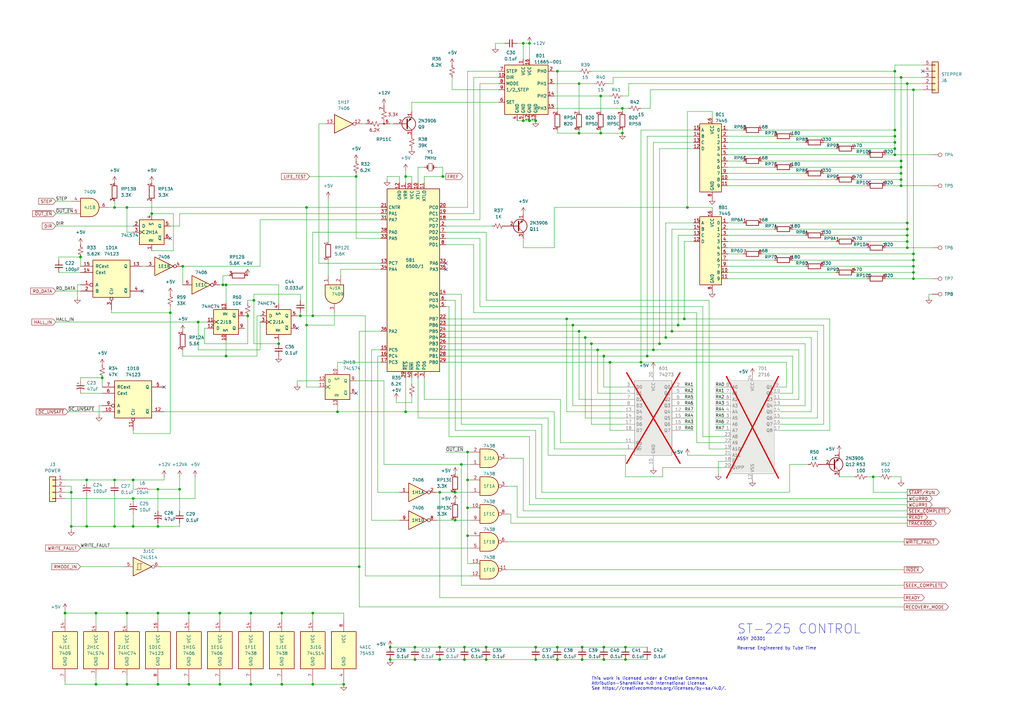
<source format=kicad_sch>
(kicad_sch (version 20230121) (generator eeschema)
  (paper "A3")
  (junction (at 114.3 140.97))
  (junction (at 369.57 31.75))
  (junction (at 90.17 280.67))
  (junction (at 367.03 63.5))
  (junction (at 166.37 72.39))
  (junction (at 39.37 280.67))
  (junction (at 267.97 143.51))
  (junction (at 369.57 66.04))
  (junction (at 256.54 270.51))
  (junction (at 46.99 215.9))
  (junction (at 90.17 251.46))
  (junction (at 29.21 201.93))
  (junction (at 358.14 195.58))
  (junction (at 52.07 85.09))
  (junction (at 33.02 105.41))
  (junction (at 35.56 196.85))
  (junction (at 199.39 265.43))
  (junction (at 191.77 196.85))
  (junction (at 217.17 49.53))
  (junction (at 255.27 54.61))
  (junction (at 52.07 280.67))
  (junction (at 369.57 73.66))
  (junction (at 255.27 44.45))
  (junction (at 181.61 72.39))
  (junction (at 138.43 168.91))
  (junction (at 374.65 109.22))
  (junction (at 147.32 232.41))
  (junction (at 369.57 71.12))
  (junction (at 256.54 265.43))
  (junction (at 92.71 146.05))
  (junction (at 237.49 135.89))
  (junction (at 228.6 270.51))
  (junction (at 191.77 208.28))
  (junction (at 214.63 49.53))
  (junction (at 102.87 251.46))
  (junction (at 52.07 251.46))
  (junction (at 180.34 270.51))
  (junction (at 128.27 280.67))
  (junction (at 140.97 280.67))
  (junction (at 372.11 99.06))
  (junction (at 26.67 251.46))
  (junction (at 232.41 130.81))
  (junction (at 180.34 201.93))
  (junction (at 92.71 116.84))
  (junction (at 245.11 143.51))
  (junction (at 35.56 215.9))
  (junction (at 250.19 148.59))
  (junction (at 281.94 85.09))
  (junction (at 247.65 270.51))
  (junction (at 115.57 280.67))
  (junction (at 191.77 185.42))
  (junction (at 69.85 128.27))
  (junction (at 247.65 146.05))
  (junction (at 234.95 133.35))
  (junction (at 77.47 251.46))
  (junction (at 374.65 111.76))
  (junction (at 125.73 85.09))
  (junction (at 238.76 265.43))
  (junction (at 369.57 68.58))
  (junction (at 214.63 17.78))
  (junction (at 372.11 91.44))
  (junction (at 170.18 265.43))
  (junction (at 374.65 114.3))
  (junction (at 228.6 29.21))
  (junction (at 219.71 49.53))
  (junction (at 74.93 109.22))
  (junction (at 64.77 280.67))
  (junction (at 237.49 54.61))
  (junction (at 275.59 135.89))
  (junction (at 62.23 87.63))
  (junction (at 372.11 93.98))
  (junction (at 273.05 138.43))
  (junction (at 101.6 129.54))
  (junction (at 246.38 54.61))
  (junction (at 102.87 280.67))
  (junction (at 128.27 251.46))
  (junction (at 186.69 213.36))
  (junction (at 280.67 130.81))
  (junction (at 91.44 116.84))
  (junction (at 246.38 39.37))
  (junction (at 170.18 270.51))
  (junction (at 166.37 168.91))
  (junction (at 54.61 204.47))
  (junction (at 39.37 251.46))
  (junction (at 217.17 17.78))
  (junction (at 64.77 251.46))
  (junction (at 374.65 104.14))
  (junction (at 367.03 60.96))
  (junction (at 73.66 200.66))
  (junction (at 228.6 265.43))
  (junction (at 369.57 76.2))
  (junction (at 77.47 280.67))
  (junction (at 54.61 196.85))
  (junction (at 186.69 201.93))
  (junction (at 29.21 215.9))
  (junction (at 262.89 148.59))
  (junction (at 374.65 36.83))
  (junction (at 41.91 154.94))
  (junction (at 367.03 53.34))
  (junction (at 115.57 251.46))
  (junction (at 367.03 55.88))
  (junction (at 240.03 138.43))
  (junction (at 81.28 132.08))
  (junction (at 247.65 265.43))
  (junction (at 367.03 29.21))
  (junction (at 219.71 265.43))
  (junction (at 146.05 72.39))
  (junction (at 125.73 133.35))
  (junction (at 180.34 265.43))
  (junction (at 278.13 133.35))
  (junction (at 123.19 129.54))
  (junction (at 374.65 106.68))
  (junction (at 372.11 34.29))
  (junction (at 64.77 200.66))
  (junction (at 219.71 270.51))
  (junction (at 191.77 219.71))
  (junction (at 372.11 96.52))
  (junction (at 160.02 265.43))
  (junction (at 160.02 270.51))
  (junction (at 104.14 123.19))
  (junction (at 128.27 129.54))
  (junction (at 372.11 101.6))
  (junction (at 270.51 140.97))
  (junction (at 64.77 215.9))
  (junction (at 46.99 196.85))
  (junction (at 54.61 215.9))
  (junction (at 265.43 146.05))
  (junction (at 242.57 140.97))
  (junction (at 46.99 85.09))
  (junction (at 190.5 270.51))
  (junction (at 237.49 34.29))
  (junction (at 238.76 270.51))
  (junction (at 190.5 265.43))
  (junction (at 367.03 58.42))
  (junction (at 199.39 270.51))
  (junction (at 189.23 190.5))
  (no_connect (at 58.42 119.38))
  (no_connect (at 69.85 97.79))
  (no_connect (at 182.88 107.95))
  (no_connect (at 378.46 29.21))
  (no_connect (at 67.31 158.75))
  (no_connect (at 121.92 134.62))
  (no_connect (at 146.05 161.29))
  (no_connect (at 182.88 110.49))
  (wire (pts (xy 255.27 181.61) (xy 229.87 181.61)))
  (wire (pts (xy 240.03 138.43) (xy 240.03 171.45)))
  (wire (pts (xy 217.17 179.07) (xy 217.17 207.01)))
  (wire (pts (xy 26.67 204.47) (xy 54.61 204.47)))
  (wire (pts (xy 168.91 162.56) (xy 168.91 165.1)))
  (wire (pts (xy 73.66 87.63) (xy 156.21 87.63)))
  (wire (pts (xy 52.07 280.67) (xy 64.77 280.67)))
  (wire (pts (xy 191.77 29.21) (xy 191.77 85.09)))
  (wire (pts (xy 256.54 186.69) (xy 224.79 186.69)))
  (wire (pts (xy 238.76 265.43) (xy 247.65 265.43)))
  (wire (pts (xy 81.28 143.51) (xy 81.28 132.08)))
  (wire (pts (xy 284.48 91.44) (xy 273.05 91.44)))
  (wire (pts (xy 46.99 203.2) (xy 46.99 215.9)))
  (wire (pts (xy 267.97 143.51) (xy 327.66 143.51)))
  (wire (pts (xy 191.77 219.71) (xy 193.04 219.71)))
  (wire (pts (xy 189.23 173.99) (xy 222.25 173.99)))
  (wire (pts (xy 33.02 105.41) (xy 24.13 105.41)))
  (wire (pts (xy 250.19 148.59) (xy 262.89 148.59)))
  (wire (pts (xy 39.37 280.67) (xy 52.07 280.67)))
  (wire (pts (xy 173.99 68.58) (xy 171.45 68.58)))
  (wire (pts (xy 39.37 251.46) (xy 52.07 251.46)))
  (wire (pts (xy 234.95 133.35) (xy 234.95 166.37)))
  (wire (pts (xy 191.77 196.85) (xy 191.77 208.28)))
  (wire (pts (xy 166.37 72.39) (xy 168.91 72.39)))
  (wire (pts (xy 157.48 190.5) (xy 157.48 156.21)))
  (wire (pts (xy 182.88 143.51) (xy 245.11 143.51)))
  (wire (pts (xy 255.27 39.37) (xy 257.81 39.37)))
  (wire (pts (xy 29.21 201.93) (xy 29.21 215.9)))
  (wire (pts (xy 280.67 99.06) (xy 280.67 130.81)))
  (wire (pts (xy 323.85 201.93) (xy 323.85 190.5)))
  (wire (pts (xy 325.12 55.88) (xy 367.03 55.88)))
  (wire (pts (xy 69.85 92.71) (xy 73.66 92.71)))
  (wire (pts (xy 251.46 31.75) (xy 369.57 31.75)))
  (wire (pts (xy 227.33 85.09) (xy 281.94 85.09)))
  (wire (pts (xy 224.79 171.45) (xy 171.45 171.45)))
  (wire (pts (xy 335.28 135.89) (xy 335.28 171.45)))
  (wire (pts (xy 40.64 166.37) (xy 41.91 166.37)))
  (wire (pts (xy 81.28 132.08) (xy 85.09 132.08)))
  (wire (pts (xy 325.12 93.98) (xy 372.11 93.98)))
  (wire (pts (xy 374.65 114.3) (xy 382.27 114.3)))
  (wire (pts (xy 64.77 215.9) (xy 73.66 215.9)))
  (wire (pts (xy 191.77 196.85) (xy 193.04 196.85)))
  (wire (pts (xy 46.99 85.09) (xy 52.07 85.09)))
  (wire (pts (xy 325.12 106.68) (xy 374.65 106.68)))
  (wire (pts (xy 156.21 135.89) (xy 147.32 135.89)))
  (wire (pts (xy 115.57 280.67) (xy 115.57 279.4)))
  (wire (pts (xy 83.82 134.62) (xy 83.82 140.97)))
  (wire (pts (xy 273.05 91.44) (xy 273.05 138.43)))
  (wire (pts (xy 182.88 87.63) (xy 194.31 87.63)))
  (wire (pts (xy 130.81 50.8) (xy 133.35 50.8)))
  (wire (pts (xy 298.45 66.04) (xy 304.8 66.04)))
  (wire (pts (xy 180.34 201.93) (xy 180.34 245.11)))
  (wire (pts (xy 247.65 146.05) (xy 247.65 158.75)))
  (wire (pts (xy 69.85 128.27) (xy 45.72 128.27)))
  (wire (pts (xy 367.03 63.5) (xy 382.27 63.5)))
  (wire (pts (xy 214.63 97.79) (xy 214.63 101.6)))
  (wire (pts (xy 217.17 49.53) (xy 219.71 49.53)))
  (wire (pts (xy 184.15 179.07) (xy 217.17 179.07)))
  (wire (pts (xy 138.43 151.13) (xy 138.43 148.59)))
  (wire (pts (xy 29.21 215.9) (xy 29.21 217.17)))
  (wire (pts (xy 237.49 54.61) (xy 237.49 53.34)))
  (wire (pts (xy 180.34 265.43) (xy 190.5 265.43)))
  (wire (pts (xy 138.43 168.91) (xy 166.37 168.91)))
  (wire (pts (xy 90.17 251.46) (xy 102.87 251.46)))
  (wire (pts (xy 92.71 116.84) (xy 114.3 116.84)))
  (wire (pts (xy 191.77 185.42) (xy 191.77 196.85)))
  (wire (pts (xy 194.31 100.33) (xy 182.88 100.33)))
  (wire (pts (xy 330.2 166.37) (xy 320.04 166.37)))
  (wire (pts (xy 196.85 34.29) (xy 204.47 34.29)))
  (wire (pts (xy 298.45 60.96) (xy 342.9 60.96)))
  (wire (pts (xy 60.96 200.66) (xy 64.77 200.66)))
  (wire (pts (xy 250.19 148.59) (xy 250.19 176.53)))
  (wire (pts (xy 285.75 181.61) (xy 285.75 128.27)))
  (wire (pts (xy 115.57 251.46) (xy 115.57 254)))
  (wire (pts (xy 255.27 54.61) (xy 255.27 53.34)))
  (wire (pts (xy 73.66 195.58) (xy 73.66 200.66)))
  (wire (pts (xy 182.88 90.17) (xy 196.85 90.17)))
  (wire (pts (xy 149.86 129.54) (xy 149.86 236.22)))
  (wire (pts (xy 358.14 195.58) (xy 358.14 201.93)))
  (wire (pts (xy 293.37 168.91) (xy 297.18 168.91)))
  (wire (pts (xy 275.59 93.98) (xy 275.59 135.89)))
  (wire (pts (xy 64.77 280.67) (xy 64.77 279.4)))
  (wire (pts (xy 160.02 50.8) (xy 161.29 50.8)))
  (wire (pts (xy 156.21 146.05) (xy 154.94 146.05)))
  (wire (pts (xy 22.86 87.63) (xy 29.21 87.63)))
  (wire (pts (xy 298.45 106.68) (xy 317.5 106.68)))
  (wire (pts (xy 54.61 177.8) (xy 69.85 177.8)))
  (wire (pts (xy 196.85 90.17) (xy 196.85 34.29)))
  (wire (pts (xy 266.7 44.45) (xy 266.7 36.83)))
  (wire (pts (xy 33.02 154.94) (xy 33.02 156.21)))
  (wire (pts (xy 246.38 54.61) (xy 255.27 54.61)))
  (wire (pts (xy 242.57 140.97) (xy 270.51 140.97)))
  (wire (pts (xy 248.92 34.29) (xy 251.46 34.29)))
  (wire (pts (xy 367.03 29.21) (xy 367.03 53.34)))
  (wire (pts (xy 24.13 105.41) (xy 24.13 106.68)))
  (wire (pts (xy 323.85 190.5) (xy 331.47 190.5)))
  (wire (pts (xy 102.87 251.46) (xy 115.57 251.46)))
  (wire (pts (xy 284.48 58.42) (xy 267.97 58.42)))
  (wire (pts (xy 322.58 148.59) (xy 322.58 158.75)))
  (wire (pts (xy 26.67 280.67) (xy 26.67 279.4)))
  (wire (pts (xy 171.45 171.45) (xy 171.45 154.94)))
  (wire (pts (xy 280.67 158.75) (xy 284.48 158.75)))
  (wire (pts (xy 255.27 44.45) (xy 255.27 45.72)))
  (wire (pts (xy 73.66 92.71) (xy 73.66 87.63)))
  (wire (pts (xy 284.48 99.06) (xy 280.67 99.06)))
  (wire (pts (xy 312.42 66.04) (xy 369.57 66.04)))
  (wire (pts (xy 182.88 138.43) (xy 240.03 138.43)))
  (wire (pts (xy 374.65 36.83) (xy 378.46 36.83)))
  (wire (pts (xy 298.45 101.6) (xy 355.6 101.6)))
  (wire (pts (xy 166.37 72.39) (xy 166.37 74.93)))
  (wire (pts (xy 214.63 49.53) (xy 217.17 49.53)))
  (wire (pts (xy 278.13 133.35) (xy 337.82 133.35)))
  (wire (pts (xy 101.6 129.54) (xy 100.33 129.54)))
  (wire (pts (xy 350.52 60.96) (xy 367.03 60.96)))
  (wire (pts (xy 227.33 44.45) (xy 255.27 44.45)))
  (wire (pts (xy 71.12 102.87) (xy 71.12 87.63)))
  (wire (pts (xy 212.09 199.39) (xy 212.09 212.09)))
  (wire (pts (xy 275.59 135.89) (xy 335.28 135.89)))
  (wire (pts (xy 125.73 133.35) (xy 125.73 158.75)))
  (wire (pts (xy 298.45 91.44) (xy 304.8 91.44)))
  (wire (pts (xy 374.65 36.83) (xy 374.65 104.14)))
  (wire (pts (xy 138.43 148.59) (xy 156.21 148.59)))
  (wire (pts (xy 293.37 163.83) (xy 297.18 163.83)))
  (wire (pts (xy 77.47 251.46) (xy 77.47 254)))
  (wire (pts (xy 69.85 177.8) (xy 69.85 128.27)))
  (wire (pts (xy 54.61 200.66) (xy 54.61 196.85)))
  (wire (pts (xy 67.31 195.58) (xy 67.31 196.85)))
  (wire (pts (xy 292.1 48.26) (xy 292.1 45.72)))
  (wire (pts (xy 242.57 140.97) (xy 242.57 173.99)))
  (wire (pts (xy 191.77 231.14) (xy 193.04 231.14)))
  (wire (pts (xy 246.38 54.61) (xy 246.38 53.34)))
  (wire (pts (xy 186.69 213.36) (xy 193.04 213.36)))
  (wire (pts (xy 363.22 63.5) (xy 367.03 63.5)))
  (wire (pts (xy 173.99 163.83) (xy 173.99 154.94)))
  (wire (pts (xy 337.82 96.52) (xy 372.11 96.52)))
  (wire (pts (xy 115.57 251.46) (xy 128.27 251.46)))
  (wire (pts (xy 160.02 270.51) (xy 170.18 270.51)))
  (wire (pts (xy 137.16 128.27) (xy 137.16 133.35)))
  (wire (pts (xy 369.57 68.58) (xy 369.57 71.12)))
  (wire (pts (xy 297.18 184.15) (xy 290.83 184.15)))
  (wire (pts (xy 160.02 265.43) (xy 170.18 265.43)))
  (wire (pts (xy 125.73 85.09) (xy 125.73 133.35)))
  (wire (pts (xy 232.41 130.81) (xy 232.41 168.91)))
  (wire (pts (xy 27.94 168.91) (xy 41.91 168.91)))
  (wire (pts (xy 182.88 125.73) (xy 184.15 125.73)))
  (wire (pts (xy 270.51 60.96) (xy 270.51 140.97)))
  (wire (pts (xy 228.6 265.43) (xy 238.76 265.43)))
  (wire (pts (xy 358.14 195.58) (xy 360.68 195.58)))
  (wire (pts (xy 26.67 201.93) (xy 29.21 201.93)))
  (wire (pts (xy 337.82 133.35) (xy 337.82 173.99)))
  (wire (pts (xy 62.23 102.87) (xy 71.12 102.87)))
  (wire (pts (xy 138.43 168.91) (xy 138.43 166.37)))
  (wire (pts (xy 22.86 92.71) (xy 54.61 92.71)))
  (wire (pts (xy 224.79 186.69) (xy 224.79 171.45)))
  (wire (pts (xy 367.03 58.42) (xy 367.03 60.96)))
  (wire (pts (xy 193.04 190.5) (xy 189.23 190.5)))
  (wire (pts (xy 140.97 251.46) (xy 140.97 254)))
  (wire (pts (xy 262.89 53.34) (xy 262.89 148.59)))
  (wire (pts (xy 39.37 276.86) (xy 39.37 280.67)))
  (wire (pts (xy 125.73 85.09) (xy 156.21 85.09)))
  (wire (pts (xy 77.47 280.67) (xy 90.17 280.67)))
  (wire (pts (xy 102.87 280.67) (xy 115.57 280.67)))
  (wire (pts (xy 229.87 181.61) (xy 229.87 163.83)))
  (wire (pts (xy 191.77 219.71) (xy 191.77 231.14)))
  (wire (pts (xy 35.56 196.85) (xy 35.56 198.12)))
  (wire (pts (xy 372.11 34.29) (xy 378.46 34.29)))
  (wire (pts (xy 237.49 34.29) (xy 243.84 34.29)))
  (wire (pts (xy 170.18 270.51) (xy 180.34 270.51)))
  (wire (pts (xy 29.21 199.39) (xy 29.21 201.93)))
  (wire (pts (xy 271.78 195.58) (xy 256.54 195.58)))
  (wire (pts (xy 101.6 140.97) (xy 101.6 129.54)))
  (wire (pts (xy 191.77 208.28) (xy 191.77 219.71)))
  (wire (pts (xy 374.65 114.3) (xy 374.65 111.76)))
  (wire (pts (xy 363.22 114.3) (xy 374.65 114.3)))
  (wire (pts (xy 212.09 49.53) (xy 214.63 49.53)))
  (wire (pts (xy 52.07 95.25) (xy 54.61 95.25)))
  (wire (pts (xy 222.25 173.99) (xy 222.25 201.93)))
  (wire (pts (xy 22.86 119.38) (xy 33.02 119.38)))
  (wire (pts (xy 280.67 168.91) (xy 284.48 168.91)))
  (wire (pts (xy 54.61 176.53) (xy 54.61 177.8)))
  (wire (pts (xy 128.27 280.67) (xy 128.27 279.4)))
  (wire (pts (xy 335.28 171.45) (xy 320.04 171.45)))
  (wire (pts (xy 367.03 60.96) (xy 367.03 63.5)))
  (wire (pts (xy 180.34 201.93) (xy 186.69 201.93)))
  (wire (pts (xy 152.4 213.36) (xy 163.83 213.36)))
  (wire (pts (xy 212.09 212.09) (xy 372.11 212.09)))
  (wire (pts (xy 228.6 54.61) (xy 228.6 53.34)))
  (wire (pts (xy 66.04 232.41) (xy 147.32 232.41)))
  (wire (pts (xy 69.85 125.73) (xy 69.85 128.27)))
  (wire (pts (xy 237.49 135.89) (xy 237.49 163.83)))
  (wire (pts (xy 372.11 34.29) (xy 372.11 91.44)))
  (wire (pts (xy 148.59 50.8) (xy 149.86 50.8)))
  (wire (pts (xy 238.76 270.51) (xy 247.65 270.51)))
  (wire (pts (xy 204.47 41.91) (xy 168.91 41.91)))
  (wire (pts (xy 298.45 109.22) (xy 330.2 109.22)))
  (wire (pts (xy 246.38 39.37) (xy 250.19 39.37)))
  (wire (pts (xy 123.19 120.65) (xy 123.19 123.19)))
  (wire (pts (xy 204.47 36.83) (xy 185.42 36.83)))
  (wire (pts (xy 209.55 210.82) (xy 209.55 214.63)))
  (wire (pts (xy 325.12 161.29) (xy 320.04 161.29)))
  (wire (pts (xy 209.55 214.63) (xy 372.11 214.63)))
  (wire (pts (xy 102.87 280.67) (xy 102.87 279.4)))
  (wire (pts (xy 232.41 130.81) (xy 280.67 130.81)))
  (wire (pts (xy 265.43 55.88) (xy 265.43 146.05)))
  (wire (pts (xy 369.57 66.04) (xy 369.57 68.58)))
  (wire (pts (xy 128.27 251.46) (xy 140.97 251.46)))
  (wire (pts (xy 180.34 245.11) (xy 370.84 245.11)))
  (wire (pts (xy 182.88 135.89) (xy 237.49 135.89)))
  (wire (pts (xy 219.71 265.43) (xy 228.6 265.43)))
  (wire (pts (xy 182.88 133.35) (xy 234.95 133.35)))
  (wire (pts (xy 267.97 58.42) (xy 267.97 143.51)))
  (wire (pts (xy 106.68 129.54) (xy 105.41 129.54)))
  (wire (pts (xy 358.14 201.93) (xy 372.11 201.93)))
  (wire (pts (xy 73.66 214.63) (xy 73.66 215.9)))
  (wire (pts (xy 163.83 72.39) (xy 163.83 74.93)))
  (wire (pts (xy 149.86 236.22) (xy 193.04 236.22)))
  (wire (pts (xy 337.82 109.22) (xy 374.65 109.22)))
  (wire (pts (xy 281.94 186.69) (xy 297.18 186.69)))
  (wire (pts (xy 228.6 29.21) (xy 237.49 29.21)))
  (wire (pts (xy 52.07 251.46) (xy 52.07 256.54)))
  (wire (pts (xy 285.75 128.27) (xy 194.31 128.27)))
  (wire (pts (xy 344.17 195.58) (xy 350.52 195.58)))
  (wire (pts (xy 157.48 156.21) (xy 146.05 156.21)))
  (wire (pts (xy 44.45 85.09) (xy 46.99 85.09)))
  (wire (pts (xy 199.39 270.51) (xy 219.71 270.51)))
  (wire (pts (xy 208.28 233.68) (xy 370.84 233.68)))
  (wire (pts (xy 280.67 171.45) (xy 284.48 171.45)))
  (wire (pts (xy 128.27 129.54) (xy 123.19 129.54)))
  (wire (pts (xy 288.29 125.73) (xy 196.85 125.73)))
  (wire (pts (xy 297.18 189.23) (xy 294.64 189.23)))
  (wire (pts (xy 265.43 146.05) (xy 325.12 146.05)))
  (wire (pts (xy 325.12 68.58) (xy 369.57 68.58)))
  (wire (pts (xy 92.71 124.46) (xy 92.71 116.84)))
  (wire (pts (xy 372.11 101.6) (xy 382.27 101.6)))
  (wire (pts (xy 46.99 196.85) (xy 46.99 198.12)))
  (wire (pts (xy 130.81 156.21) (xy 121.92 156.21)))
  (wire (pts (xy 64.77 200.66) (xy 73.66 200.66)))
  (wire (pts (xy 190.5 265.43) (xy 199.39 265.43)))
  (wire (pts (xy 196.85 125.73) (xy 196.85 97.79)))
  (wire (pts (xy 262.89 44.45) (xy 266.7 44.45)))
  (wire (pts (xy 26.67 250.19) (xy 26.67 251.46)))
  (wire (pts (xy 369.57 71.12) (xy 369.57 73.66)))
  (wire (pts (xy 74.93 143.51) (xy 74.93 146.05)))
  (wire (pts (xy 293.37 161.29) (xy 297.18 161.29)))
  (wire (pts (xy 146.05 72.39) (xy 146.05 71.12)))
  (wire (pts (xy 102.87 251.46) (xy 102.87 254)))
  (wire (pts (xy 369.57 31.75) (xy 378.46 31.75)))
  (wire (pts (xy 367.03 26.67) (xy 367.03 29.21)))
  (wire (pts (xy 90.17 251.46) (xy 90.17 254)))
  (wire (pts (xy 381 120.65) (xy 381 121.92)))
  (wire (pts (xy 105.41 129.54) (xy 105.41 146.05)))
  (wire (pts (xy 123.19 128.27) (xy 123.19 129.54)))
  (wire (pts (xy 298.45 73.66) (xy 342.9 73.66)))
  (wire (pts (xy 134.62 81.28) (xy 134.62 99.06)))
  (wire (pts (xy 293.37 176.53) (xy 297.18 176.53)))
  (wire (pts (xy 93.98 113.03) (xy 91.44 113.03)))
  (wire (pts (xy 90.17 280.67) (xy 102.87 280.67)))
  (wire (pts (xy 237.49 34.29) (xy 237.49 45.72)))
  (wire (pts (xy 114.3 140.97) (xy 104.14 140.97)))
  (wire (pts (xy 214.63 187.96) (xy 214.63 209.55)))
  (wire (pts (xy 54.61 210.82) (xy 54.61 215.9)))
  (wire (pts (xy 293.37 171.45) (xy 297.18 171.45)))
  (wire (pts (xy 104.14 123.19) (xy 104.14 120.65)))
  (wire (pts (xy 166.37 168.91) (xy 166.37 154.94)))
  (wire (pts (xy 83.82 140.97) (xy 101.6 140.97)))
  (wire (pts (xy 140.97 280.67) (xy 140.97 279.4)))
  (wire (pts (xy 22.86 132.08) (xy 81.28 132.08)))
  (wire (pts (xy 208.28 222.25) (xy 370.84 222.25)))
  (wire (pts (xy 71.12 87.63) (xy 62.23 87.63)))
  (wire (pts (xy 365.76 195.58) (xy 369.57 195.58)))
  (wire (pts (xy 369.57 76.2) (xy 382.27 76.2)))
  (wire (pts (xy 191.77 185.42) (xy 193.04 185.42)))
  (wire (pts (xy 125.73 158.75) (xy 130.81 158.75)))
  (wire (pts (xy 378.46 26.67) (xy 367.03 26.67)))
  (wire (pts (xy 168.91 41.91) (xy 168.91 45.72)))
  (wire (pts (xy 237.49 135.89) (xy 275.59 135.89)))
  (wire (pts (xy 227.33 168.91) (xy 227.33 184.15)))
  (wire (pts (xy 350.52 73.66) (xy 369.57 73.66)))
  (wire (pts (xy 26.67 280.67) (xy 39.37 280.67)))
  (wire (pts (xy 185.42 36.83) (xy 185.42 31.75)))
  (wire (pts (xy 298.45 99.06) (xy 342.9 99.06)))
  (wire (pts (xy 369.57 31.75) (xy 369.57 66.04)))
  (wire (pts (xy 280.67 166.37) (xy 284.48 166.37)))
  (wire (pts (xy 278.13 96.52) (xy 278.13 133.35)))
  (wire (pts (xy 191.77 208.28) (xy 193.04 208.28)))
  (wire (pts (xy 214.63 24.13) (xy 214.63 17.78)))
  (wire (pts (xy 293.37 173.99) (xy 297.18 173.99)))
  (wire (pts (xy 173.99 74.93) (xy 173.99 72.39)))
  (wire (pts (xy 58.42 109.22) (xy 59.69 109.22)))
  (wire (pts (xy 90.17 116.84) (xy 91.44 116.84)))
  (wire (pts (xy 115.57 280.67) (xy 128.27 280.67)))
  (wire (pts (xy 298.45 114.3) (xy 355.6 114.3)))
  (wire (pts (xy 146.05 72.39) (xy 146.05 97.79)))
  (wire (pts (xy 101.6 123.19) (xy 101.6 124.46)))
  (wire (pts (xy 54.61 196.85) (xy 67.31 196.85)))
  (wire (pts (xy 171.45 68.58) (xy 171.45 74.93)))
  (wire (pts (xy 179.07 213.36) (xy 186.69 213.36)))
  (wire (pts (xy 182.88 123.19) (xy 186.69 123.19)))
  (wire (pts (xy 128.27 95.25) (xy 128.27 129.54)))
  (wire (pts (xy 182.88 120.65) (xy 189.23 120.65)))
  (wire (pts (xy 219.71 176.53) (xy 219.71 204.47)))
  (wire (pts (xy 280.67 173.99) (xy 284.48 173.99)))
  (wire (pts (xy 214.63 209.55) (xy 372.11 209.55)))
  (wire (pts (xy 374.65 111.76) (xy 374.65 109.22)))
  (wire (pts (xy 340.36 176.53) (xy 320.04 176.53)))
  (wire (pts (xy 104.14 120.65) (xy 123.19 120.65)))
  (wire (pts (xy 33.02 161.29) (xy 41.91 161.29)))
  (wire (pts (xy 367.03 55.88) (xy 367.03 58.42)))
  (wire (pts (xy 41.91 158.75) (xy 41.91 154.94)))
  (wire (pts (xy 31.75 116.84) (xy 31.75 121.92)))
  (wire (pts (xy 234.95 166.37) (xy 255.27 166.37)))
  (wire (pts (xy 147.32 232.41) (xy 147.32 248.92)))
  (wire (pts (xy 54.61 204.47) (xy 80.01 204.47)))
  (wire (pts (xy 312.42 91.44) (xy 372.11 91.44)))
  (wire (pts (xy 250.19 176.53) (xy 255.27 176.53)))
  (wire (pts (xy 222.25 201.93) (xy 323.85 201.93)))
  (wire (pts (xy 64.77 251.46) (xy 64.77 254)))
  (wire (pts (xy 298.45 55.88) (xy 317.5 55.88)))
  (wire (pts (xy 327.66 143.51) (xy 327.66 163.83)))
  (wire (pts (xy 105.41 146.05) (xy 92.71 146.05)))
  (wire (pts (xy 247.65 265.43) (xy 256.54 265.43)))
  (wire (pts (xy 158.75 72.39) (xy 163.83 72.39)))
  (wire (pts (xy 270.51 140.97) (xy 330.2 140.97)))
  (wire (pts (xy 257.81 34.29) (xy 372.11 34.29)))
  (wire (pts (xy 127 72.39) (xy 146.05 72.39)))
  (wire (pts (xy 208.28 210.82) (xy 209.55 210.82)))
  (wire (pts (xy 156.21 90.17) (xy 106.68 90.17)))
  (wire (pts (xy 292.1 85.09) (xy 292.1 86.36)))
  (wire (pts (xy 227.33 101.6) (xy 227.33 85.09)))
  (wire (pts (xy 33.02 224.79) (xy 193.04 224.79)))
  (wire (pts (xy 130.81 50.8) (xy 130.81 107.95)))
  (wire (pts (xy 33.02 116.84) (xy 31.75 116.84)))
  (wire (pts (xy 214.63 101.6) (xy 227.33 101.6)))
  (wire (pts (xy 46.99 85.09) (xy 46.99 82.55)))
  (wire (pts (xy 121.92 129.54) (xy 123.19 129.54)))
  (wire (pts (xy 229.87 163.83) (xy 173.99 163.83)))
  (wire (pts (xy 166.37 69.85) (xy 166.37 72.39)))
  (wire (pts (xy 182.88 92.71) (xy 201.93 92.71)))
  (wire (pts (xy 182.88 140.97) (xy 242.57 140.97)))
  (wire (pts (xy 240.03 138.43) (xy 273.05 138.43)))
  (wire (pts (xy 194.31 31.75) (xy 204.47 31.75)))
  (wire (pts (xy 280.67 163.83) (xy 284.48 163.83)))
  (wire (pts (xy 92.71 146.05) (xy 74.93 146.05)))
  (wire (pts (xy 128.27 280.67) (xy 140.97 280.67)))
  (wire (pts (xy 92.71 146.05) (xy 92.71 139.7)))
  (wire (pts (xy 288.29 179.07) (xy 288.29 125.73)))
  (wire (pts (xy 246.38 39.37) (xy 246.38 45.72)))
  (wire (pts (xy 251.46 34.29) (xy 251.46 31.75)))
  (wire (pts (xy 298.45 96.52) (xy 330.2 96.52)))
  (wire (pts (xy 292.1 45.72) (xy 281.94 45.72)))
  (wire (pts (xy 293.37 158.75) (xy 297.18 158.75)))
  (wire (pts (xy 280.67 161.29) (xy 284.48 161.29)))
  (wire (pts (xy 374.65 109.22) (xy 374.65 106.68)))
  (wire (pts (xy 64.77 251.46) (xy 77.47 251.46)))
  (wire (pts (xy 312.42 104.14) (xy 374.65 104.14)))
  (wire (pts (xy 298.45 68.58) (xy 317.5 68.58)))
  (wire (pts (xy 128.27 129.54) (xy 149.86 129.54)))
  (wire (pts (xy 77.47 280.67) (xy 77.47 279.4)))
  (wire (pts (xy 203.2 17.78) (xy 203.2 19.05)))
  (wire (pts (xy 179.07 201.93) (xy 180.34 201.93)))
  (wire (pts (xy 184.15 125.73) (xy 184.15 179.07)))
  (wire (pts (xy 242.57 173.99) (xy 255.27 173.99)))
  (wire (pts (xy 298.45 76.2) (xy 355.6 76.2)))
  (wire (pts (xy 85.09 134.62) (xy 83.82 134.62)))
  (wire (pts (xy 35.56 215.9) (xy 29.21 215.9)))
  (wire (pts (xy 189.23 190.5) (xy 189.23 240.03)))
  (wire (pts (xy 245.11 143.51) (xy 245.11 161.29)))
  (wire (pts (xy 288.29 179.07) (xy 297.18 179.07)))
  (wire (pts (xy 284.48 55.88) (xy 265.43 55.88)))
  (wire (pts (xy 234.95 133.35) (xy 278.13 133.35)))
  (wire (pts (xy 207.01 17.78) (xy 203.2 17.78)))
  (wire (pts (xy 64.77 214.63) (xy 64.77 215.9)))
  (wire (pts (xy 156.21 107.95) (xy 130.81 107.95)))
  (wire (pts (xy 382.27 120.65) (xy 381 120.65)))
  (wire (pts (xy 290.83 123.19) (xy 199.39 123.19)))
  (wire (pts (xy 104.14 140.97) (xy 104.14 123.19)))
  (wire (pts (xy 26.67 251.46) (xy 39.37 251.46)))
  (wire (pts (xy 46.99 215.9) (xy 35.56 215.9)))
  (wire (pts (xy 262.89 148.59) (xy 322.58 148.59)))
  (wire (pts (xy 190.5 270.51) (xy 199.39 270.51)))
  (wire (pts (xy 186.69 123.19) (xy 186.69 176.53)))
  (wire (pts (xy 52.07 85.09) (xy 52.07 95.25)))
  (wire (pts (xy 106.68 143.51) (xy 81.28 143.51)))
  (wire (pts (xy 26.67 199.39) (xy 29.21 199.39)))
  (wire (pts (xy 74.93 109.22) (xy 106.68 109.22)))
  (wire (pts (xy 298.45 58.42) (xy 330.2 58.42)))
  (wire (pts (xy 194.31 128.27) (xy 194.31 100.33)))
  (wire (pts (xy 350.52 111.76) (xy 374.65 111.76)))
  (wire (pts (xy 180.34 270.51) (xy 190.5 270.51)))
  (wire (pts (xy 181.61 68.58) (xy 179.07 68.58)))
  (wire (pts (xy 369.57 73.66) (xy 369.57 76.2)))
  (wire (pts (xy 256.54 265.43) (xy 265.43 265.43)))
  (wire (pts (xy 332.74 138.43) (xy 332.74 168.91)))
  (wire (pts (xy 284.48 93.98) (xy 275.59 93.98)))
  (wire (pts (xy 156.21 143.51) (xy 152.4 143.51)))
  (wire (pts (xy 219.71 270.51) (xy 228.6 270.51)))
  (wire (pts (xy 168.91 154.94) (xy 168.91 157.48)))
  (wire (pts (xy 208.28 199.39) (xy 212.09 199.39)))
  (wire (pts (xy 128.27 251.46) (xy 128.27 254)))
  (wire (pts (xy 154.94 201.93) (xy 163.83 201.93)))
  (wire (pts (xy 196.85 97.79) (xy 182.88 97.79)))
  (wire (pts (xy 35.56 203.2) (xy 35.56 215.9)))
  (wire (pts (xy 212.09 17.78) (xy 214.63 17.78)))
  (wire (pts (xy 245.11 161.29) (xy 255.27 161.29)))
  (wire (pts (xy 372.11 93.98) (xy 372.11 91.44)))
  (wire (pts (xy 139.7 113.03) (xy 139.7 110.49)))
  (wire (pts (xy 67.31 168.91) (xy 138.43 168.91)))
  (wire (pts (xy 182.88 85.09) (xy 191.77 85.09)))
  (wire (pts (xy 298.45 93.98) (xy 317.5 93.98)))
  (wire (pts (xy 121.92 156.21) (xy 121.92 157.48)))
  (wire (pts (xy 54.61 204.47) (xy 54.61 205.74)))
  (wire (pts (xy 228.6 29.21) (xy 227.33 29.21)))
  (wire (pts (xy 247.65 270.51) (xy 256.54 270.51)))
  (wire (pts (xy 284.48 53.34) (xy 262.89 53.34)))
  (wire (pts (xy 24.13 111.76) (xy 33.02 111.76)))
  (wire (pts (xy 298.45 63.5) (xy 355.6 63.5)))
  (wire (pts (xy 332.74 168.91) (xy 320.04 168.91)))
  (wire (pts (xy 312.42 53.34) (xy 367.03 53.34)))
  (wire (pts (xy 194.31 87.63) (xy 194.31 31.75)))
  (wire (pts (xy 182.88 130.81) (xy 232.41 130.81)))
  (wire (pts (xy 46.99 215.9) (xy 54.61 215.9)))
  (wire (pts (xy 247.65 146.05) (xy 265.43 146.05)))
  (wire (pts (xy 158.75 73.66) (xy 158.75 72.39)))
  (wire (pts (xy 297.18 181.61) (xy 285.75 181.61)))
  (wire (pts (xy 146.05 97.79) (xy 156.21 97.79)))
  (wire (pts (xy 322.58 158.75) (xy 320.04 158.75)))
  (wire (pts (xy 363.22 101.6) (xy 372.11 101.6)))
  (wire (pts (xy 297.18 191.77) (xy 271.78 191.77)))
  (wire (pts (xy 74.93 109.22) (xy 74.93 116.84)))
  (wire (pts (xy 46.99 196.85) (xy 54.61 196.85)))
  (wire (pts (xy 189.23 120.65) (xy 189.23 173.99)))
  (wire (pts (xy 227.33 34.29) (xy 237.49 34.29)))
  (wire (pts (xy 134.62 106.68) (xy 134.62 113.03)))
  (wire (pts (xy 173.99 72.39) (xy 181.61 72.39)))
  (wire (pts (xy 152.4 143.51) (xy 152.4 213.36)))
  (wire (pts (xy 52.07 85.09) (xy 125.73 85.09)))
  (wire (pts (xy 350.52 99.06) (xy 372.11 99.06)))
  (wire (pts (xy 22.86 82.55) (xy 29.21 82.55)))
  (wire (pts (xy 327.66 163.83) (xy 320.04 163.83)))
  (wire (pts (xy 237.49 163.83) (xy 255.27 163.83)))
  (wire (pts (xy 168.91 165.1) (xy 162.56 165.1)))
  (wire (pts (xy 232.41 168.91) (xy 255.27 168.91)))
  (wire (pts (xy 154.94 146.05) (xy 154.94 201.93)))
  (wire (pts (xy 114.3 124.46) (xy 114.3 116.84)))
  (wire (pts (xy 191.77 29.21) (xy 204.47 29.21)))
  (wire (pts (xy 256.54 195.58) (xy 256.54 186.69)))
  (wire (pts (xy 52.07 276.86) (xy 52.07 280.67)))
  (wire (pts (xy 64.77 280.67) (xy 77.47 280.67)))
  (wire (pts (xy 219.71 204.47) (xy 372.11 204.47)))
  (wire (pts (xy 189.23 240.03) (xy 370.84 240.03)))
  (wire (pts (xy 266.7 36.83) (xy 374.65 36.83)))
  (wire (pts (xy 147.32 135.89) (xy 147.32 232.41)))
  (wire (pts (xy 45.72 128.27) (xy 45.72 127)))
  (wire (pts (xy 90.17 280.67) (xy 90.17 279.4)))
  (wire (pts (xy 280.67 130.81) (xy 340.36 130.81)))
  (wire (pts (xy 293.37 166.37) (xy 297.18 166.37)))
  (wire (pts (xy 281.94 45.72) (xy 281.94 85.09)))
  (wire (pts (xy 271.78 191.77) (xy 271.78 195.58)))
  (wire (pts (xy 372.11 99.06) (xy 372.11 96.52)))
  (wire (pts (xy 199.39 123.19) (xy 199.39 95.25)))
  (wire (pts (xy 26.67 251.46) (xy 26.67 254)))
  (wire (pts (xy 217.17 207.01) (xy 372.11 207.01)))
  (wire (pts (xy 182.88 148.59) (xy 250.19 148.59)))
  (wire (pts (xy 284.48 60.96) (xy 270.51 60.96)))
  (wire (pts (xy 170.18 265.43) (xy 180.34 265.43)))
  (wire (pts (xy 106.68 132.08) (xy 106.68 143.51)))
  (wire (pts (xy 325.12 146.05) (xy 325.12 161.29)))
  (wire (pts (xy 52.07 251.46) (xy 64.77 251.46)))
  (wire (pts (xy 39.37 251.46) (xy 39.37 256.54)))
  (wire (pts (xy 62.23 82.55) (xy 62.23 87.63)))
  (wire (pts (xy 369.57 195.58) (xy 369.57 196.85)))
  (wire (pts (xy 182.88 185.42) (xy 191.77 185.42)))
  (wire (pts (xy 106.68 90.17) (xy 106.68 109.22)))
  (wire (pts (xy 217.17 17.78) (xy 217.17 24.13)))
  (wire (pts (xy 281.94 85.09) (xy 292.1 85.09)))
  (wire (pts (xy 298.45 53.34) (xy 304.8 53.34)))
  (wire (pts (xy 156.21 95.25) (xy 128.27 95.25)))
  (wire (pts (xy 257.81 39.37) (xy 257.81 34.29)))
  (wire (pts (xy 147.32 248.92) (xy 370.84 248.92)))
  (wire (pts (xy 26.67 196.85) (xy 35.56 196.85)))
  (wire (pts (xy 363.22 76.2) (xy 369.57 76.2)))
  (wire (pts (xy 125.73 133.35) (xy 137.16 133.35)))
  (wire (pts (xy 237.49 54.61) (xy 246.38 54.61)))
  (wire (pts (xy 104.14 123.19) (xy 101.6 123.19)))
  (wire (pts (xy 168.91 74.93) (xy 168.91 72.39)))
  (wire (pts (xy 40.64 170.18) (xy 40.64 166.37)))
  (wire (pts (xy 55.88 200.66) (xy 54.61 200.66)))
  (wire (pts (xy 73.66 200.66) (xy 73.66 209.55)))
  (wire (pts (xy 228.6 54.61) (xy 237.49 54.61)))
  (wire (pts (xy 372.11 101.6) (xy 372.11 99.06)))
  (wire (pts (xy 228.6 270.51) (xy 238.76 270.51)))
  (wire (pts (xy 337.82 58.42) (xy 367.03 58.42)))
  (wire (pts (xy 41.91 154.94) (xy 33.02 154.94)))
  (wire (pts (xy 166.37 168.91) (xy 227.33 168.91)))
  (wire (pts (xy 337.82 173.99) (xy 320.04 173.99)))
  (wire (pts (xy 214.63 17.78) (xy 217.17 17.78)))
  (wire (pts (xy 182.88 146.05) (xy 247.65 146.05)))
  (wire (pts (xy 33.02 232.41) (xy 50.8 232.41)))
  (wire (pts (xy 372.11 96.52) (xy 372.11 93.98)))
  (wire (pts (xy 298.45 71.12) (xy 330.2 71.12)))
  (wire (pts (xy 77.47 251.46) (xy 90.17 251.46)))
  (wire (pts (xy 255.27 44.45) (xy 257.81 44.45)))
  (wire (pts (xy 374.65 106.68) (xy 374.65 104.14)))
  (wire (pts (xy 35.56 196.85) (xy 46.99 196.85)))
  (wire (pts (xy 298.45 111.76) (xy 342.9 111.76)))
  (wire (pts (xy 64.77 200.66) (xy 64.77 209.55)))
  (wire (pts (xy 294.64 189.23) (xy 294.64 194.31)))
  (wire (pts (xy 114.3 139.7) (xy 114.3 140.97)))
  (wire (pts (xy 181.61 72.39) (xy 182.88 72.39)))
  (wire (pts (xy 240.03 171.45) (xy 255.27 171.45)))
  (wire (pts (xy 256.54 270.51) (xy 265.43 270.51)))
  (wire (pts (xy 181.61 72.39) (xy 181.61 68.58)))
  (wire (pts (xy 189.23 190.5) (xy 157.48 190.5)))
  (wire (pts (xy 33.02 109.22) (xy 33.02 105.41)))
  (wire (pts (xy 162.56 163.83) (xy 162.56 165.1)))
  (wire (pts (xy 245.11 143.51) (xy 267.97 143.51)))
  (wire (pts (xy 199.39 265.43) (xy 219.71 265.43)))
  (wire (pts (xy 186.69 176.53) (xy 219.71 176.53)))
  (wire (pts (xy 340.36 130.81) (xy 340.36 176.53)))
  (wire (pts (xy 91.44 113.03) (xy 91.44 116.84)))
  (wire (pts (xy 367.03 53.34) (xy 367.03 55.88)))
  (wire (pts (xy 80.01 195.58) (xy 80.01 204.47)))
  (wire (pts (xy 355.6 195.58) (xy 358.14 195.58)))
  (wire (pts (xy 284.48 96.52) (xy 278.13 96.52)))
  (wire (pts (xy 199.39 95.25) (xy 182.88 95.25)))
  (wire (pts (xy 247.65 158.75) (xy 255.27 158.75)))
  (wire (pts (xy 227.33 39.37) (xy 246.38 39.37)))
  (wire (pts (xy 139.7 110.49) (xy 156.21 110.49)))
  (wire (pts (xy 228.6 45.72) (xy 228.6 29.21)))
  (wire (pts (xy 290.83 184.15) (xy 290.83 123.19)))
  (wire (pts (xy 298.45 104.14) (xy 304.8 104.14)))
  (wire (pts (xy 273.05 138.43) (xy 332.74 138.43)))
  (wire (pts (xy 227.33 184.15) (xy 255.27 184.15)))
  (wire (pts (xy 91.44 116.84) (xy 92.71 116.84)))
  (wire (pts (xy 280.67 176.53) (xy 284.48 176.53)))
  (wire (pts (xy 330.2 140.97) (xy 330.2 166.37)))
  (wire (pts (xy 186.69 201.93) (xy 193.04 201.93)))
  (wire (pts (xy 242.57 29.21) (xy 367.03 29.21)))
  (wire (pts (xy 337.82 71.12) (xy 369.57 71.12)))
  (wire (pts (xy 208.28 187.96) (xy 214.63 187.96)))
  (wire (pts (xy 54.61 215.9) (xy 64.77 215.9)))
  (text "This work is licensed under a Creative Commons\nAttribution-ShareAlike 4.0 International License.\nSee https://creativecommons.org/licenses/by-sa/4.0/.\n" (at 242.57 283.21 0) (effects (font (size 1.27 1.27)) (justify left bottom)))
  (text "ASSY 20301" (at 302.26 262.89 0) (effects (font (size 1.27 1.27)) (justify left bottom)))
  (text "Reverse Engineered by Tube Time" (at 302.26 266.7 0) (effects (font (size 1.27 1.27)) (justify left bottom)))
  (text "ST-225 CONTROL" (at 302.26 260.35 0) (effects (font (size 3.81 3.81)) (justify left bottom)))
  (label "RA5" (at 284.48 163.83 180))
  (label "~{OUT_EN}" (at 182.88 185.42 0))
  (label "RA0" (at 293.37 158.75 0))
  (label "RA4" (at 293.37 168.91 0))
  (label "RA1" (at 293.37 161.29 0))
  (label "RA5" (at 293.37 171.45 0))
  (label "RA3" (at 293.37 166.37 0))
  (label "RA6" (at 293.37 173.99 0))
  (label "WRITE_FAULT" (at 33.02 224.79 0))
  (label "RA7" (at 293.37 176.53 0))
  (label "RA6" (at 284.48 166.37 180))
  (label "RA1" (at 284.48 158.75 180))
  (label "STEP" (at 22.86 82.55 0))
  (label "RA2" (at 284.48 161.29 180))
  (label "RA7" (at 284.48 168.91 180))
  (label "RA3" (at 284.48 173.99 180))
  (label "RD_DATA" (at 22.86 119.38 0))
  (label "RA0" (at 284.48 176.53 180))
  (label "DIR" (at 22.86 92.71 0))
  (label "HALL_IN" (at 22.86 132.08 0))
  (label "RA2" (at 293.37 163.83 0))
  (label "~{DC_UNSAFE}" (at 27.94 168.91 0))
  (label "RA4" (at 284.48 171.45 180))
  (label "~{OUT_EN}" (at 22.86 87.63 0))
  (global_label "WRITE_FAULT" (shape input) (at 33.02 224.79 180) (property "Intersheetrefs" "${INTERSHEET_REFS}" (effects hide)))
  (global_label "~{DC_UNSAFE}" (shape input) (at 27.94 168.91 180) (property "Intersheetrefs" "${INTERSHEET_REFS}" (effects hide)))
  (global_label "HALL_IN" (shape input) (at 22.86 132.08 180) (property "Intersheetrefs" "${INTERSHEET_REFS}" (effects hide)))
  (global_label "RMODE_IN" (shape input) (at 33.02 232.41 180) (property "Intersheetrefs" "${INTERSHEET_REFS}" (effects hide)))
  (global_label "~{START}{slash}RUN" (shape output) (at 372.11 201.93 0) (property "Intersheetrefs" "${INTERSHEET_REFS}" (effects hide)))
  (global_label "STEP" (shape input) (at 22.86 82.55 180) (property "Intersheetrefs" "${INTERSHEET_REFS}" (effects hide)))
  (global_label "FREF" (shape output) (at 182.88 72.39 0) (property "Intersheetrefs" "${INTERSHEET_REFS}" (effects hide)))
  (global_label "~{READY}" (shape output) (at 372.11 212.09 0) (property "Intersheetrefs" "${INTERSHEET_REFS}" (effects hide)))
  (global_label "SEEK_COMPLETE" (shape output) (at 370.84 240.03 0) (property "Intersheetrefs" "${INTERSHEET_REFS}" (effects hide)))
  (global_label "WCURR1" (shape output) (at 372.11 207.01 0) (property "Intersheetrefs" "${INTERSHEET_REFS}" (effects hide)))
  (global_label "DIR" (shape input) (at 22.86 92.71 180) (property "Intersheetrefs" "${INTERSHEET_REFS}" (effects hide)))
  (global_label "RECOVERY_MODE" (shape output) (at 370.84 248.92 0) (property "Intersheetrefs" "${INTERSHEET_REFS}" (effects hide)))
  (global_label "LIFE_TEST" (shape input) (at 127 72.39 180) (property "Intersheetrefs" "${INTERSHEET_REFS}" (effects hide)))
  (global_label "~{INDEX}" (shape output) (at 370.84 233.68 0) (property "Intersheetrefs" "${INTERSHEET_REFS}" (effects hide)))
  (global_label "~{SEEK_COMPLETE}" (shape output) (at 372.11 209.55 0) (property "Intersheetrefs" "${INTERSHEET_REFS}" (effects hide)))
  (global_label "~{TRACK000}" (shape output) (at 372.11 214.63 0) (property "Intersheetrefs" "${INTERSHEET_REFS}" (effects hide)))
  (global_label "READY" (shape output) (at 370.84 245.11 0) (property "Intersheetrefs" "${INTERSHEET_REFS}" (effects hide)))
  (global_label "RD_DATA" (shape input) (at 22.86 119.38 180) (property "Intersheetrefs" "${INTERSHEET_REFS}" (effects hide)))
  (global_label "~{OUT_EN}" (shape input) (at 22.86 87.63 180) (property "Intersheetrefs" "${INTERSHEET_REFS}" (effects hide)))
  (global_label "WCURR0" (shape output) (at 372.11 204.47 0) (property "Intersheetrefs" "${INTERSHEET_REFS}" (effects hide)))
  (global_label "~{WRITE_FAULT}" (shape output) (at 370.84 222.25 0) (property "Intersheetrefs" "${INTERSHEET_REFS}" (effects hide)))
  (symbol (lib_id "power:+12V") (at 217.17 17.78 0) (unit 1)
    (property "Reference" "#PWR040" (effects hide))
    (property "Value" "+12V" (at 220.98 17.78 0))
  )
  (symbol (lib_id "74xx:74LS74") (at 39.37 266.7 0) (unit 3)
    (property "Reference" "2H1" (at 35.56 265.43 0) (effects (justify left)))
    (property "Value" "74LS74" (at 35.56 267.97 0) (effects (justify left)))
    (property "Footprint" "Active:DIP254P762X635-14" (effects hide))
    (property "Datasheet" "74xx/74hc_hct74.pdf" (effects hide))
  )
  (symbol (lib_id "power:+5V") (at 26.67 250.19 0) (unit 1)
    (property "Reference" "#PWR090" (effects hide))
    (property "Value" "+5V" (at 22.86 248.92 0))
    (instances (project "st225_20301" (path "" (reference "#PWR090") (unit 1)) (path "" (reference "#PWR078") (unit 1))))
  )
  (symbol (lib_id "st225:12493-001") (at 152.4 50.8 0) (unit 3)
    (property "Reference" "RP11" (at 157.48 57.15 0))
    (property "Value" "~" (at 152.4 50.8 0))
    (property "Footprint" "Resistor_THT:R_Array_SIP8" (effects hide))
  )
  (symbol (lib_id "Device:C_Small") (at 199.39 267.97 0) (unit 1)
    (property "Reference" "C35" (at 201.93 266.7063 0) (effects (justify left)))
    (property "Value" "0.1uF" (at 201.93 269.2463 0) (effects (justify left)))
    (property "Footprint" "Capacitor_THT:C_Axial_L3.8mm_D2.6mm_P10.00mm_Horizontal" (effects hide))
  )
  (symbol (lib_id "74xx:74LS123") (at 45.72 114.3 0) (unit 1)
    (property "Reference" "1D1" (at 45.72 101.6 0))
    (property "Value" "74123" (at 45.72 104.14 0))
    (property "Footprint" "Active:DIP254P762X635-16" (effects hide))
    (property "Datasheet" "http://www.ti.com/lit/gpn/sn74LS123" (effects hide))
  )
  (symbol (lib_id "Device:R_Pack04_SIP_Split") (at 359.41 101.6 270) (unit 1)
    (property "Reference" "RP10" (at 353.06 100.33 90))
    (property "Value" "820" (at 364.49 100.33 90))
    (property "Footprint" "Resistor_THT:R_Array_SIP8" (effects hide))
    (property "Datasheet" "http://www.vishay.com/docs/31509/csc.pdf" (effects hide))
  )
  (symbol (lib_id "Device:C_Small") (at 190.5 267.97 0) (unit 1)
    (property "Reference" "C34" (at 193.04 266.7063 0) (effects (justify left)))
    (property "Value" "0.1uF" (at 193.04 269.2463 0) (effects (justify left)))
    (property "Footprint" "Capacitor_THT:C_Axial_L3.8mm_D2.6mm_P10.00mm_Horizontal" (effects hide))
  )
  (symbol (lib_id "Device:R_Pack04_SIP_Split") (at 308.61 53.34 270) (unit 2)
    (property "Reference" "RP6" (at 303.53 52.07 90))
    (property "Value" "68" (at 313.69 52.07 90))
    (property "Footprint" "Resistor_THT:R_Array_SIP8" (effects hide))
    (property "Datasheet" "http://www.vishay.com/docs/31509/csc.pdf" (effects hide))
  )
  (symbol (lib_id "Device:R_Pack04_SIP_Split") (at 346.71 111.76 270) (unit 4)
    (property "Reference" "RP9" (at 341.63 110.49 90))
    (property "Value" "470" (at 351.79 110.49 90))
    (property "Footprint" "Resistor_THT:R_Array_SIP8" (effects hide))
    (property "Datasheet" "http://www.vishay.com/docs/31509/csc.pdf" (effects hide))
  )
  (symbol (lib_id "power:+12V") (at 157.48 43.18 0) (unit 1)
    (property "Reference" "#PWR06" (effects hide))
    (property "Value" "+12V" (at 157.48 38.1 0))
  )
  (symbol (lib_id "Device:R_Small_US") (at 260.35 44.45 90) (unit 1)
    (property "Reference" "R42" (at 260.35 41.91 90))
    (property "Value" "15" (at 262.89 46.99 90))
    (property "Footprint" "Resistor_THT:R_Axial_DIN0309_L9.0mm_D3.2mm_P20.32mm_Horizontal" (effects hide))
  )
  (symbol (lib_id "74xx:74LS74") (at 62.23 95.25 0) (unit 1)
    (property "Reference" "2H1" (at 59.69 95.25 0) (effects (justify left)))
    (property "Value" "74LS74" (at 49.53 96.52 0) (effects (justify left)))
    (property "Footprint" "Active:DIP254P762X635-14" (effects hide))
    (property "Datasheet" "74xx/74hc_hct74.pdf" (effects hide))
  )
  (symbol (lib_id "Device:R_Pack04_SIP_Split") (at 255.27 49.53 0) (mirror x) (unit 2)
    (property "Reference" "RP5" (at 257.81 50.8 0) (effects (justify left)))
    (property "Value" "820" (at 257.81 48.26 0) (effects (justify left)))
    (property "Footprint" "Resistor_THT:R_Array_SIP8" (effects hide))
    (property "Datasheet" "http://www.vishay.com/docs/31509/csc.pdf" (effects hide))
  )
  (symbol (lib_id "Device:C_Small") (at 180.34 267.97 0) (unit 1)
    (property "Reference" "C33" (at 182.88 266.7063 0) (effects (justify left)))
    (property "Value" "0.1uF" (at 182.88 269.2463 0) (effects (justify left)))
    (property "Footprint" "Capacitor_THT:C_Axial_L3.8mm_D2.6mm_P10.00mm_Horizontal" (effects hide))
  )
  (symbol (lib_id "power:+5V") (at 80.01 195.58 0) (unit 1)
    (property "Reference" "#PWR025" (effects hide))
    (property "Value" "+5V" (at 80.01 190.5 0))
  )
  (symbol (lib_id "power:GND") (at 140.97 280.67 0) (unit 1)
    (property "Reference" "#PWR091" (effects hide))
    (property "Value" "GND" (effects hide))
  )
  (symbol (lib_id "74xx:74LS38") (at 200.66 222.25 0) (unit 2)
    (property "Reference" "1F1" (at 200.66 222.25 0))
    (property "Value" "7438" (at 200.66 217.17 0))
    (property "Footprint" "Active:DIP254P762X635-14" (effects hide))
    (property "Datasheet" "http://www.ti.com/lit/gpn/sn74LS38" (effects hide))
  )
  (symbol (lib_id "power:GND") (at 29.21 217.17 0) (unit 1)
    (property "Reference" "#PWR023" (effects hide))
    (property "Value" "GND" (effects hide))
  )
  (symbol (lib_id "74xx:74LS09") (at 36.83 85.09 0) (unit 2)
    (property "Reference" "4J1" (at 36.83 85.09 0))
    (property "Value" "7409" (at 36.8217 78.74 0))
    (property "Footprint" "Active:DIP254P762X635-14" (effects hide))
    (property "Datasheet" "http://www.ti.com/lit/gpn/sn74LS09" (effects hide))
  )
  (symbol (lib_id "Device:R_Pack04_SIP_Split") (at 359.41 76.2 270) (unit 3)
    (property "Reference" "RP10" (at 354.33 74.93 90))
    (property "Value" "820" (at 364.49 74.93 90))
    (property "Footprint" "Resistor_THT:R_Array_SIP8" (effects hide))
    (property "Datasheet" "http://www.vishay.com/docs/31509/csc.pdf" (effects hide))
  )
  (symbol (lib_id "Device:C_Polarized_Small_US") (at 35.56 200.66 0) (unit 1)
    (property "Reference" "C24" (at 38.1 198.9582 0) (effects (justify left)))
    (property "Value" "100uF" (at 38.1 201.4982 0) (effects (justify left)))
    (property "Footprint" "Capacitor_THT:C_Axial_L12.0mm_D6.5mm_P20.00mm_Horizontal" (effects hide))
  )
  (symbol (lib_id "Device:R_Pack04_SIP_Split") (at 321.31 93.98 270) (unit 1)
    (property "Reference" "RP7" (at 316.23 92.71 90))
    (property "Value" "180" (at 326.39 92.71 90))
    (property "Footprint" "Resistor_THT:R_Array_SIP8" (effects hide))
    (property "Datasheet" "http://www.vishay.com/docs/31509/csc.pdf" (effects hide))
  )
  (symbol (lib_id "Device:R_Small_US") (at 204.47 92.71 90) (unit 1)
    (property "Reference" "R37" (at 204.47 86.36 90))
    (property "Value" "1K" (at 204.47 88.9 90))
    (property "Footprint" "Resistor_THT:R_Axial_DIN0207_L6.3mm_D2.5mm_P10.16mm_Horizontal" (effects hide))
  )
  (symbol (lib_id "power:+12VA") (at 73.66 195.58 0) (unit 1)
    (property "Reference" "#PWR024" (effects hide))
    (property "Value" "+12VA" (at 73.66 190.5 0))
  )
  (symbol (lib_id "Device:R_Small_US") (at 69.85 123.19 0) (unit 1)
    (property "Reference" "R59" (at 72.39 121.92 0) (effects (justify left)))
    (property "Value" "33K" (at 72.39 124.46 0) (effects (justify left)))
    (property "Footprint" "Resistor_THT:R_Axial_DIN0207_L6.3mm_D2.5mm_P10.16mm_Horizontal" (effects hide))
  )
  (symbol (lib_id "Device:C_Polarized_Small_US") (at 54.61 208.28 0) (unit 1)
    (property "Reference" "C25" (at 57.15 206.5782 0) (effects (justify left)))
    (property "Value" "10uF" (at 57.15 209.1182 0) (effects (justify left)))
    (property "Footprint" "Capacitor_THT:C_Axial_L5.1mm_D3.1mm_P15.00mm_Horizontal" (effects hide))
  )
  (symbol (lib_id "74xx:74LS74") (at 138.43 158.75 0) (unit 2)
    (property "Reference" "2H1" (at 140.6241 148.59 0) (effects (justify left)))
    (property "Value" "74LS74" (at 140.6241 151.13 0) (effects (justify left)))
    (property "Footprint" "Active:DIP254P762X635-14" (effects hide))
    (property "Datasheet" "74xx/74hc_hct74.pdf" (effects hide))
  )
  (symbol (lib_id "st225:6500/1") (at 158.75 77.47 0) (unit 1)
    (property "Reference" "5B1" (at 166.37 106.68 0) (effects (justify left)))
    (property "Value" "6500/1" (at 166.37 109.22 0) (effects (justify left)))
    (property "Footprint" "Active:DIP254P1524X635-40" (effects hide))
  )
  (symbol (lib_id "Device:R_Pack04_SIP_Split") (at 334.01 71.12 270) (unit 3)
    (property "Reference" "RP8" (at 328.93 69.85 90))
    (property "Value" "330" (at 339.09 69.85 90))
    (property "Footprint" "Resistor_THT:R_Array_SIP8" (effects hide))
    (property "Datasheet" "http://www.vishay.com/docs/31509/csc.pdf" (effects hide))
  )
  (symbol (lib_id "Device:R_Pack04_SIP_Split") (at 321.31 68.58 270) (unit 3)
    (property "Reference" "RP7" (at 316.23 67.31 90))
    (property "Value" "180" (at 326.39 67.31 90))
    (property "Footprint" "Resistor_THT:R_Array_SIP8" (effects hide))
    (property "Datasheet" "http://www.vishay.com/docs/31509/csc.pdf" (effects hide))
  )
  (symbol (lib_id "power:+5V") (at 101.6 113.03 0) (unit 1)
    (property "Reference" "#PWR011" (effects hide))
    (property "Value" "+5V" (at 101.6 107.95 0))
  )
  (symbol (lib_id "74xx:74LS06") (at 171.45 201.93 0) (unit 1)
    (property "Reference" "1H1" (at 171.45 201.93 0))
    (property "Value" "7406" (at 171.45 196.85 0))
    (property "Footprint" "Active:DIP254P762X635-14" (effects hide))
    (property "Datasheet" "http://www.ti.com/lit/gpn/sn74LS06" (effects hide))
  )
  (symbol (lib_id "Device:R_Network07_Split") (at 186.69 209.55 0) (unit 3)
    (property "Reference" "RP13" (at 179.07 208.28 0) (effects (justify left)))
    (property "Value" "3.3K" (at 179.07 210.82 0) (effects (justify left)))
    (property "Footprint" "Resistor_THT:R_Array_SIP8" (effects hide))
    (property "Datasheet" "http://www.vishay.com/docs/31509/csc.pdf" (effects hide))
  )
  (symbol (lib_id "Device:R_Network07_Split") (at 62.23 78.74 0) (unit 1)
    (property "Reference" "RP13" (at 64.77 77.47 0) (effects (justify left)))
    (property "Value" "3.3K" (at 64.77 80.01 0) (effects (justify left)))
    (property "Footprint" "Resistor_THT:R_Array_SIP8" (effects hide))
    (property "Datasheet" "http://www.vishay.com/docs/31509/csc.pdf" (effects hide))
  )
  (symbol (lib_id "Device:R_Pack04_SIP_Split") (at 228.6 49.53 0) (unit 1)
    (property "Reference" "RP5" (at 231.14 48.26 0) (effects (justify left)))
    (property "Value" "820" (at 231.14 50.8 0) (effects (justify left)))
    (property "Footprint" "Resistor_THT:R_Array_SIP8" (effects hide))
    (property "Datasheet" "http://www.vishay.com/docs/31509/csc.pdf" (effects hide))
  )
  (symbol (lib_id "Device:Q_PNP_EBC") (at 341.63 190.5 0) (mirror x) (unit 1)
    (property "Reference" "Q12" (at 346.71 190.5 0) (effects (justify left)))
    (property "Value" "2N3906" (at 346.71 187.96 0) (effects (justify left)))
    (property "Footprint" "Active:TO-92_Wide_Reversed" (effects hide))
  )
  (symbol (lib_id "power:+5V") (at 162.56 163.83 0) (unit 1)
    (property "Reference" "#PWR019" (effects hide))
    (property "Value" "+5V" (at 162.56 160.02 0))
  )
  (symbol (lib_id "logic:7445") (at 287.02 88.9 0) (unit 1)
    (property "Reference" "8B1" (at 294.64 85.09 0) (effects (justify left)))
    (property "Value" "7445" (at 297.18 87.63 0))
    (property "Footprint" "Active:DIP254P762X635-16" (effects hide))
  )
  (symbol (lib_id "power:+5V") (at 74.93 135.89 0) (unit 1)
    (property "Reference" "#PWR012" (effects hide))
    (property "Value" "+5V" (at 74.93 130.81 0))
  )
  (symbol (lib_id "74xx:74LS38") (at 200.66 199.39 0) (mirror x) (unit 1)
    (property "Reference" "1F1" (at 200.66 199.39 0))
    (property "Value" "7438" (at 200.66 194.31 0))
    (property "Footprint" "Active:DIP254P762X635-14" (effects hide))
    (property "Datasheet" "http://www.ti.com/lit/gpn/sn74LS38" (effects hide))
  )
  (symbol (lib_id "74xx:74LS38") (at 115.57 266.7 0) (unit 5)
    (property "Reference" "1J1" (at 113.03 265.43 0) (effects (justify left)))
    (property "Value" "7438" (at 113.03 267.97 0) (effects (justify left)))
    (property "Footprint" "Active:DIP254P762X635-14" (effects hide))
    (property "Datasheet" "http://www.ti.com/lit/gpn/sn74LS38" (effects hide))
  )
  (symbol (lib_id "Device:R_Small_US") (at 101.6 127 0) (unit 1)
    (property "Reference" "R60" (at 95.25 121.92 0) (effects (justify left)))
    (property "Value" "10K" (at 95.25 124.46 0) (effects (justify left)))
    (property "Footprint" "Resistor_THT:R_Axial_DIN0204_L3.6mm_D1.6mm_P7.62mm_Horizontal" (effects hide))
  )
  (symbol (lib_id "logic:7445") (at 287.02 50.8 0) (unit 1)
    (property "Reference" "8C1" (at 293.37 46.99 0) (effects (justify left)))
    (property "Value" "7445" (at 295.91 49.53 0))
    (property "Footprint" "Active:DIP254P762X635-16" (effects hide))
  )
  (symbol (lib_id "74xx:74LS09") (at 26.67 266.7 0) (unit 5)
    (property "Reference" "4J1" (at 24.13 265.43 0) (effects (justify left)))
    (property "Value" "7409" (at 24.13 267.97 0) (effects (justify left)))
    (property "Footprint" "Active:DIP254P762X635-14" (effects hide))
    (property "Datasheet" "http://www.ti.com/lit/gpn/sn74LS09" (effects hide))
  )
  (symbol (lib_id "Device:R_Network07_Split") (at 186.69 198.12 0) (unit 5)
    (property "Reference" "RP13" (at 179.07 196.85 0) (effects (justify left)))
    (property "Value" "3.3K" (at 179.07 199.39 0) (effects (justify left)))
    (property "Footprint" "Resistor_THT:R_Array_SIP8" (effects hide))
    (property "Datasheet" "http://www.vishay.com/docs/31509/csc.pdf" (effects hide))
  )
  (symbol (lib_id "Device:R_Pack04_SIP_Split") (at 237.49 49.53 0) (mirror x) (unit 4)
    (property "Reference" "RP5" (at 240.03 50.8 0) (effects (justify left)))
    (property "Value" "820" (at 240.03 48.26 0) (effects (justify left)))
    (property "Footprint" "Resistor_THT:R_Array_SIP8" (effects hide))
    (property "Datasheet" "http://www.vishay.com/docs/31509/csc.pdf" (effects hide))
  )
  (symbol (lib_id "Device:R_Small_US") (at 41.91 152.4 0) (unit 1)
    (property "Reference" "R34" (at 44.45 151.13 0) (effects (justify left)))
    (property "Value" "47K" (at 44.45 153.67 0) (effects (justify left)))
    (property "Footprint" "Resistor_THT:R_Axial_DIN0207_L6.3mm_D2.5mm_P10.16mm_Horizontal" (effects hide))
  )
  (symbol (lib_id "Device:R_Pack04_SIP_Split") (at 334.01 109.22 270) (unit 4)
    (property "Reference" "RP8" (at 328.93 107.95 90))
    (property "Value" "330" (at 339.09 107.95 90))
    (property "Footprint" "Resistor_THT:R_Array_SIP8" (effects hide))
    (property "Datasheet" "http://www.vishay.com/docs/31509/csc.pdf" (effects hide))
  )
  (symbol (lib_id "Device:R_Pack04_SIP_Split") (at 346.71 99.06 270) (unit 1)
    (property "Reference" "RP9" (at 340.36 97.79 90))
    (property "Value" "470" (at 351.79 97.79 90))
    (property "Footprint" "Resistor_THT:R_Array_SIP8" (effects hide))
    (property "Datasheet" "http://www.vishay.com/docs/31509/csc.pdf" (effects hide))
  )
  (symbol (lib_id "power:GND") (at 168.91 60.96 0) (unit 1)
    (property "Reference" "#PWR07" (effects hide))
    (property "Value" "GND" (effects hide))
  )
  (symbol (lib_id "memory_new:27C32") (at 299.72 156.21 0) (unit 1) (dnp yes)
    (property "Reference" "7D1" (at 310.8041 151.13 0) (effects (justify left)))
    (property "Value" "2716" (at 310.8041 153.67 0) (effects (justify left)))
    (property "Footprint" "Active:DIP254P1524X635-24" (effects hide))
  )
  (symbol (lib_id "Device:C_Small") (at 238.76 267.97 0) (unit 1)
    (property "Reference" "C39" (at 241.3 266.7063 0) (effects (justify left)))
    (property "Value" "0.1uF" (at 241.3 269.2463 0) (effects (justify left)))
    (property "Footprint" "Capacitor_THT:C_Axial_L3.8mm_D2.6mm_P10.00mm_Horizontal" (effects hide))
  )
  (symbol (lib_id "Device:R_Network05_Split") (at 134.62 102.87 0) (unit 5)
    (property "Reference" "RP12" (at 137.16 101.6 0) (effects (justify left)))
    (property "Value" "5.6K" (at 137.16 104.14 0) (effects (justify left)))
    (property "Footprint" "Resistor_THT:R_Array_SIP6" (effects hide))
    (property "Datasheet" "http://www.vishay.com/docs/31509/csc.pdf" (effects hide))
  )
  (symbol (lib_id "Device:C_Small") (at 73.66 212.09 0) (unit 1)
    (property "Reference" "C29" (at 76.2 210.8263 0) (effects (justify left)))
    (property "Value" "0.1uF" (at 76.2 213.3663 0) (effects (justify left)))
    (property "Footprint" "Capacitor_THT:C_Axial_L3.8mm_D2.6mm_P10.00mm_Horizontal" (effects hide))
  )
  (symbol (lib_id "power:GND") (at 308.61 196.85 0) (unit 1)
    (property "Reference" "#PWR029" (effects hide))
    (property "Value" "GND" (effects hide))
  )
  (symbol (lib_id "power:+5V") (at 344.17 185.42 0) (unit 1)
    (property "Reference" "#PWR032" (effects hide))
    (property "Value" "+5V" (at 340.36 184.15 0))
  )
  (symbol (lib_id "Device:R_Pack04_SIP_Split") (at 359.41 114.3 270) (unit 4)
    (property "Reference" "RP10" (at 354.33 113.03 90))
    (property "Value" "820" (at 364.49 113.03 90))
    (property "Footprint" "Resistor_THT:R_Array_SIP8" (effects hide))
    (property "Datasheet" "http://www.vishay.com/docs/31509/csc.pdf" (effects hide))
  )
  (symbol (lib_id "Device:R_Small_US") (at 240.03 29.21 90) (unit 1)
    (property "Reference" "R39" (at 240.03 26.67 90))
    (property "Value" "15" (at 240.03 31.75 90))
    (property "Footprint" "Resistor_THT:R_Axial_DIN0309_L9.0mm_D3.2mm_P20.32mm_Horizontal" (effects hide))
  )
  (symbol (lib_id "74xx:74LS38") (at 200.66 233.68 0) (mirror x) (unit 4)
    (property "Reference" "1F1" (at 200.66 233.68 0))
    (property "Value" "7438" (at 200.66 228.6 0))
    (property "Footprint" "Active:DIP254P762X635-14" (effects hide))
    (property "Datasheet" "http://www.ti.com/lit/gpn/sn74LS38" (effects hide))
  )
  (symbol (lib_id "power:+5V") (at 46.99 74.93 0) (unit 1)
    (property "Reference" "#PWR04" (effects hide))
    (property "Value" "+5V" (at 46.99 69.85 0))
  )
  (symbol (lib_id "power:GND") (at 267.97 191.77 0) (unit 1)
    (property "Reference" "#PWR031" (effects hide))
    (property "Value" "GND" (effects hide))
  )
  (symbol (lib_id "74xx:74LS14") (at 58.42 232.41 0) (unit 3)
    (property "Reference" "3J1" (at 60.96 226.06 0))
    (property "Value" "74LS14" (at 60.96 228.6 0))
    (property "Footprint" "Active:DIP254P762X635-14" (effects hide))
    (property "Datasheet" "http://www.ti.com/lit/gpn/sn74LS14" (effects hide))
  )
  (symbol (lib_id "Device:C_Small") (at 265.43 267.97 0) (unit 1)
    (property "Reference" "C42" (at 267.97 266.7063 0) (effects (justify left)))
    (property "Value" "0.1uF" (at 267.97 269.2463 0) (effects (justify left)))
    (property "Footprint" "Capacitor_THT:C_Axial_L3.8mm_D2.6mm_P10.00mm_Horizontal" (effects hide))
  )
  (symbol (lib_id "74xx:74LS06") (at 171.45 213.36 0) (unit 4)
    (property "Reference" "1H1" (at 171.45 213.36 0))
    (property "Value" "7406" (at 171.45 208.28 0))
    (property "Footprint" "Active:DIP254P762X635-14" (effects hide))
    (property "Datasheet" "http://www.ti.com/lit/gpn/sn74LS06" (effects hide))
  )
  (symbol (lib_id "Device:R_Pack04_SIP_Split") (at 346.71 60.96 270) (unit 2)
    (property "Reference" "RP9" (at 341.63 59.69 90))
    (property "Value" "470" (at 351.79 59.69 90))
    (property "Footprint" "Resistor_THT:R_Array_SIP8" (effects hide))
    (property "Datasheet" "http://www.vishay.com/docs/31509/csc.pdf" (effects hide))
  )
  (symbol (lib_id "power:GND") (at 255.27 54.61 0) (unit 1)
    (property "Reference" "#PWR041" (effects hide))
    (property "Value" "GND" (effects hide))
  )
  (symbol (lib_id "logic:75453") (at 140.97 266.7 0) (unit 3)
    (property "Reference" "4A1" (at 147.32 265.43 0) (effects (justify left)))
    (property "Value" "75453" (at 147.32 267.97 0) (effects (justify left)))
    (property "Footprint" "Active:DIP254P762X635-8" (effects hide))
    (property "Datasheet" "http://www.ti.com/lit/gpn/sn74ls02" (effects hide))
  )
  (symbol (lib_id "power:+5V") (at 33.02 100.33 0) (unit 1)
    (property "Reference" "#PWR08" (effects hide))
    (property "Value" "+5V" (at 33.02 95.25 0))
  )
  (symbol (lib_id "power:GND") (at 292.1 81.28 0) (unit 1)
    (property "Reference" "#PWR034" (effects hide))
    (property "Value" "GND" (effects hide))
  )
  (symbol (lib_id "Device:C_Polarized_Small_US") (at 64.77 212.09 0) (unit 1)
    (property "Reference" "C26" (at 67.31 210.3882 0) (effects (justify left)))
    (property "Value" "47uF" (at 67.31 212.9282 0) (effects (justify left)))
    (property "Footprint" "Capacitor_THT:C_Axial_L5.1mm_D3.1mm_P15.00mm_Horizontal" (effects hide))
  )
  (symbol (lib_id "power:+5V") (at 62.23 74.93 0) (unit 1)
    (property "Reference" "#PWR05" (effects hide))
    (property "Value" "+5V" (at 62.23 69.85 0))
  )
  (symbol (lib_id "74xx:74LS123") (at 54.61 163.83 0) (unit 2)
    (property "Reference" "1D1" (at 54.61 151.13 0))
    (property "Value" "74123" (at 54.61 153.67 0))
    (property "Footprint" "Active:DIP254P762X635-16" (effects hide))
    (property "Datasheet" "http://www.ti.com/lit/gpn/sn74LS123" (effects hide))
  )
  (symbol (lib_id "Device:R_Pack04_SIP_Split") (at 321.31 106.68 270) (unit 4)
    (property "Reference" "RP7" (at 316.23 105.41 90))
    (property "Value" "180" (at 326.39 105.41 90))
    (property "Footprint" "Resistor_THT:R_Array_SIP8" (effects hide))
    (property "Datasheet" "http://www.vishay.com/docs/31509/csc.pdf" (effects hide))
  )
  (symbol (lib_id "74xx:74LS14") (at 128.27 266.7 0) (unit 7)
    (property "Reference" "3J1" (at 127 265.43 0) (effects (justify left)))
    (property "Value" "74LS14" (at 125.73 267.97 0) (effects (justify left)))
    (property "Footprint" "Active:DIP254P762X635-14" (effects hide))
    (property "Datasheet" "http://www.ti.com/lit/gpn/sn74LS14" (effects hide))
  )
  (symbol (lib_id "Device:R_Pack04_SIP_Split") (at 346.71 73.66 270) (unit 3)
    (property "Reference" "RP9" (at 341.63 72.39 90))
    (property "Value" "470" (at 351.79 72.39 90))
    (property "Footprint" "Resistor_THT:R_Array_SIP8" (effects hide))
    (property "Datasheet" "http://www.vishay.com/docs/31509/csc.pdf" (effects hide))
  )
  (symbol (lib_id "power:GND") (at 203.2 19.05 0) (unit 1)
    (property "Reference" "#PWR037" (effects hide))
    (property "Value" "GND" (effects hide))
  )
  (symbol (lib_id "Connector:TestPoint") (at 382.27 114.3 270) (unit 1)
    (property "Reference" "TP7" (at 387.35 114.3 90) (effects (justify left)))
    (property "Value" "TestPoint" (effects hide))
    (property "Footprint" "TestPoint:TestPoint_THTPad_D1.5mm_Drill0.7mm" (effects hide))
  )
  (symbol (lib_id "power:GND") (at 158.75 73.66 0) (unit 1)
    (property "Reference" "#PWR01" (effects hide))
    (property "Value" "GND" (effects hide))
  )
  (symbol (lib_id "74xx:74LS06") (at 82.55 116.84 0) (unit 3)
    (property "Reference" "1E1" (at 82.55 116.84 0))
    (property "Value" "7406" (at 82.55 111.76 0))
    (property "Footprint" "Active:DIP254P762X635-14" (effects hide))
    (property "Datasheet" "http://www.ti.com/lit/gpn/sn74LS06" (effects hide))
  )
  (symbol (lib_id "power:GND") (at 31.75 121.92 0) (unit 1)
    (property "Reference" "#PWR09" (effects hide))
    (property "Value" "GND" (effects hide))
  )
  (symbol (lib_id "Connector:TestPoint") (at 382.27 120.65 270) (unit 1)
    (property "Reference" "TP8" (at 387.35 120.65 90) (effects (justify left)))
    (property "Value" "TestPoint" (effects hide))
    (property "Footprint" "TestPoint:TestPoint_THTPad_D1.5mm_Drill0.7mm" (effects hide))
  )
  (symbol (lib_id "power:GND") (at 381 121.92 0) (unit 1)
    (property "Reference" "#PWR094" (effects hide))
    (property "Value" "GND" (effects hide))
  )
  (symbol (lib_id "74xx:74LS06") (at 67.31 109.22 0) (unit 2)
    (property "Reference" "1E1" (at 67.31 109.22 0))
    (property "Value" "7406" (at 67.31 105.41 0))
    (property "Footprint" "Active:DIP254P762X635-14" (effects hide))
    (property "Datasheet" "http://www.ti.com/lit/gpn/sn74LS06" (effects hide))
  )
  (symbol (lib_id "74xx:74LS38") (at 102.87 266.7 0) (unit 5)
    (property "Reference" "1F1" (at 100.33 265.43 0) (effects (justify left)))
    (property "Value" "7438" (at 100.33 267.97 0) (effects (justify left)))
    (property "Footprint" "Active:DIP254P762X635-14" (effects hide))
    (property "Datasheet" "http://www.ti.com/lit/gpn/sn74LS38" (effects hide))
  )
  (symbol (lib_id "Device:R_Pack04_SIP_Split") (at 246.38 49.53 0) (mirror x) (unit 3)
    (property "Reference" "RP5" (at 248.92 50.8 0) (effects (justify left)))
    (property "Value" "820" (at 248.92 48.26 0) (effects (justify left)))
    (property "Footprint" "Resistor_THT:R_Array_SIP8" (effects hide))
    (property "Datasheet" "http://www.vishay.com/docs/31509/csc.pdf" (effects hide))
  )
  (symbol (lib_id "power:+5V") (at 214.63 87.63 0) (unit 1)
    (property "Reference" "#PWR036" (effects hide))
    (property "Value" "+5V" (at 214.63 82.55 0))
  )
  (symbol (lib_id "Device:R_Small_US") (at 168.91 160.02 180) (unit 1)
    (property "Reference" "R35" (at 162.56 154.94 0))
    (property "Value" "6.2K" (at 162.56 157.48 0))
    (property "Footprint" "Resistor_THT:R_Axial_DIN0207_L6.3mm_D2.5mm_P10.16mm_Horizontal" (effects hide))
  )
  (symbol (lib_id "power:+5V") (at 267.97 151.13 0) (unit 1)
    (property "Reference" "#PWR026" (effects hide))
    (property "Value" "+5V" (at 264.16 149.86 0))
  )
  (symbol (lib_id "Device:R_Network07_Split") (at 46.99 78.74 0) (unit 2)
    (property "Reference" "RP13" (at 49.53 77.47 0) (effects (justify left)))
    (property "Value" "3.3K" (at 49.53 80.01 0) (effects (justify left)))
    (property "Footprint" "Resistor_THT:R_Array_SIP8" (effects hide))
    (property "Datasheet" "http://www.vishay.com/docs/31509/csc.pdf" (effects hide))
  )
  (symbol (lib_id "power:GND") (at 40.64 170.18 0) (unit 1)
    (property "Reference" "#PWR016" (effects hide))
    (property "Value" "GND" (effects hide))
  )
  (symbol (lib_id "Device:R_Small_US") (at 185.42 29.21 180) (unit 1)
    (property "Reference" "R36" (at 179.07 24.13 0))
    (property "Value" "6.2K" (at 179.07 26.67 0))
    (property "Footprint" "Resistor_THT:R_Axial_DIN0207_L6.3mm_D2.5mm_P10.16mm_Horizontal" (effects hide))
  )
  (symbol (lib_id "Device:C_Small") (at 24.13 109.22 0) (unit 1)
    (property "Reference" "C22" (at 26.67 107.9563 0) (effects (justify left)))
    (property "Value" "100pF" (at 26.67 110.4963 0) (effects (justify left)))
    (property "Footprint" "Capacitor_THT:C_Axial_L3.8mm_D2.6mm_P10.00mm_Horizontal" (effects hide))
  )
  (symbol (lib_id "Connector_Generic:Conn_01x04") (at 21.59 199.39 0) (mirror y) (unit 1)
    (property "Reference" "J3" (at 21.59 190.5 0))
    (property "Value" "POWER" (at 21.59 193.04 0))
    (property "Footprint" "Connector_Samtec_HPM_THT:Samtec_HPM-04-01-x-S_Straight_1x04_Pitch5.08mm" (effects hide))
  )
  (symbol (lib_id "power:+5V") (at 186.69 194.31 0) (unit 1)
    (property "Reference" "#PWR017" (effects hide))
    (property "Value" "+5V" (at 182.88 193.04 0))
  )
  (symbol (lib_id "Device:R_Small_US") (at 33.02 102.87 0) (unit 1)
    (property "Reference" "R33" (at 35.56 101.6 0) (effects (justify left)))
    (property "Value" "5.62K" (at 35.56 104.14 0) (effects (justify left)))
    (property "Footprint" "Resistor_THT:R_Axial_DIN0207_L6.3mm_D2.5mm_P10.16mm_Horizontal" (effects hide))
  )
  (symbol (lib_id "power:+5V") (at 185.42 26.67 0) (unit 1)
    (property "Reference" "#PWR038" (effects hide))
    (property "Value" "+5V" (at 185.42 21.59 0))
  )
  (symbol (lib_id "74xx:74LS38") (at 200.66 210.82 0) (mirror x) (unit 3)
    (property "Reference" "1F1" (at 200.66 210.82 0))
    (property "Value" "7438" (at 200.66 205.74 0))
    (property "Footprint" "Active:DIP254P762X635-14" (effects hide))
    (property "Datasheet" "http://www.ti.com/lit/gpn/sn74LS38" (effects hide))
  )
  (symbol (lib_id "Device:C_Small") (at 256.54 267.97 0) (unit 1)
    (property "Reference" "C41" (at 259.08 266.7063 0) (effects (justify left)))
    (property "Value" "0.1uF" (at 259.08 269.2463 0) (effects (justify left)))
    (property "Footprint" "Capacitor_THT:C_Axial_L3.8mm_D2.6mm_P10.00mm_Horizontal" (effects hide))
  )
  (symbol (lib_id "Device:C_Small") (at 228.6 267.97 0) (unit 1)
    (property "Reference" "C38" (at 231.14 266.7063 0) (effects (justify left)))
    (property "Value" "0.1uF" (at 231.14 269.2463 0) (effects (justify left)))
    (property "Footprint" "Capacitor_THT:C_Axial_L3.8mm_D2.6mm_P10.00mm_Horizontal" (effects hide))
  )
  (symbol (lib_id "power:+5V") (at 308.61 153.67 0) (unit 1)
    (property "Reference" "#PWR027" (effects hide))
    (property "Value" "+5V" (at 304.8 152.4 0))
  )
  (symbol (lib_id "74xx:74LS38") (at 200.66 187.96 0) (mirror x) (unit 1)
    (property "Reference" "1J1" (at 200.66 187.96 0))
    (property "Value" "7438" (at 200.66 182.88 0))
    (property "Footprint" "Active:DIP254P762X635-14" (effects hide))
    (property "Datasheet" "http://www.ti.com/lit/gpn/sn74LS38" (effects hide))
  )
  (symbol (lib_id "Device:C_Small") (at 114.3 143.51 0) (unit 1)
    (property "Reference" "C36" (at 116.84 142.2463 0) (effects (justify left)))
    (property "Value" "0.1uF" (at 116.84 144.7863 0) (effects (justify left)))
    (property "Footprint" "Capacitor_THT:C_Axial_L3.8mm_D2.6mm_P10.00mm_Horizontal" (effects hide))
  )
  (symbol (lib_id "Device:C_Small") (at 46.99 200.66 0) (unit 1)
    (property "Reference" "C27" (at 49.53 199.3963 0) (effects (justify left)))
    (property "Value" "0.1uF" (at 49.53 201.9363 0) (effects (justify left)))
    (property "Footprint" "Capacitor_THT:C_Axial_L3.8mm_D2.6mm_P10.00mm_Horizontal" (effects hide))
  )
  (symbol (lib_id "power:GND") (at 160.02 270.51 0) (unit 1)
    (property "Reference" "#PWR093" (effects hide))
    (property "Value" "GND" (effects hide))
  )
  (symbol (lib_id "74xx:74LS06") (at 90.17 266.7 0) (unit 7)
    (property "Reference" "1E1" (at 86.36 265.43 0) (effects (justify left)))
    (property "Value" "7406" (at 86.36 267.97 0) (effects (justify left)))
    (property "Footprint" "Active:DIP254P762X635-14" (effects hide))
    (property "Datasheet" "http://www.ti.com/lit/gpn/sn74LS06" (effects hide))
  )
  (symbol (lib_id "power:GND") (at 121.92 157.48 0) (unit 1)
    (property "Reference" "#PWR014" (effects hide))
    (property "Value" "GND" (effects hide))
  )
  (symbol (lib_id "Device:C_Small") (at 123.19 125.73 0) (unit 1)
    (property "Reference" "C44" (at 116.84 115.57 0) (effects (justify left)))
    (property "Value" "0.033uF" (at 116.84 118.11 0) (effects (justify left)))
    (property "Footprint" "Capacitor_THT:C_Axial_L3.8mm_D2.6mm_P10.00mm_Horizontal" (effects hide))
  )
  (symbol (lib_id "Device:R_Small_US") (at 334.01 190.5 270) (unit 1)
    (property "Reference" "R50" (at 334.01 185.42 90))
    (property "Value" "1K" (at 334.01 187.96 90))
    (property "Footprint" "Resistor_THT:R_Axial_DIN0207_L6.3mm_D2.5mm_P10.16mm_Horizontal" (effects hide))
  )
  (symbol (lib_id "Connector:TestPoint") (at 382.27 101.6 270) (unit 1)
    (property "Reference" "TP6" (at 387.35 101.6 90) (effects (justify left)))
    (property "Value" "TestPoint" (effects hide))
    (property "Footprint" "TestPoint:TestPoint_THTPad_D1.5mm_Drill0.7mm" (effects hide))
  )
  (symbol (lib_id "74xx:74LS06") (at 77.47 266.7 0) (unit 7)
    (property "Reference" "1H1" (at 74.93 265.43 0) (effects (justify left)))
    (property "Value" "7406" (at 74.93 267.97 0) (effects (justify left)))
    (property "Footprint" "Active:DIP254P762X635-14" (effects hide))
    (property "Datasheet" "http://www.ti.com/lit/gpn/sn74LS06" (effects hide))
  )
  (symbol (lib_id "Device:R_Small_US") (at 246.38 34.29 90) (unit 1)
    (property "Reference" "R40" (at 246.38 31.75 90))
    (property "Value" "15" (at 246.38 36.83 90))
    (property "Footprint" "Resistor_THT:R_Axial_DIN0309_L9.0mm_D3.2mm_P20.32mm_Horizontal" (effects hide))
  )
  (symbol (lib_id "74xx:74LS09") (at 137.16 120.65 90) (mirror x) (unit 1)
    (property "Reference" "4J1" (at 139.7 118.11 90) (effects (justify left)))
    (property "Value" "7409" (at 140.97 120.65 90) (effects (justify left)))
    (property "Footprint" "Active:DIP254P762X635-14" (effects hide))
    (property "Datasheet" "http://www.ti.com/lit/gpn/sn74LS09" (effects hide))
  )
  (symbol (lib_id "power:GND") (at 219.71 49.53 0) (unit 1)
    (property "Reference" "#PWR039" (effects hide))
    (property "Value" "GND" (effects hide))
  )
  (symbol (lib_id "power:+5V") (at 186.69 205.74 0) (unit 1)
    (property "Reference" "#PWR018" (effects hide))
    (property "Value" "+5V" (at 182.88 204.47 0))
  )
  (symbol (lib_id "74xx:74LS74") (at 114.3 132.08 0) (unit 1)
    (property "Reference" "2J1" (at 111.76 132.08 0) (effects (justify left)))
    (property "Value" "74HC74" (at 105.41 124.46 0) (effects (justify left)))
    (property "Footprint" "Active:DIP254P762X635-14" (effects hide))
    (property "Datasheet" "74xx/74hc_hct74.pdf" (effects hide))
  )
  (symbol (lib_id "Device:R_Network05_Split") (at 97.79 113.03 270) (unit 2)
    (property "Reference" "RP12" (at 93.98 105.41 90) (effects (justify left)))
    (property "Value" "5.6K" (at 93.98 107.95 90) (effects (justify left)))
    (property "Footprint" "Resistor_THT:R_Array_SIP6" (effects hide))
    (property "Datasheet" "http://www.vishay.com/docs/31509/csc.pdf" (effects hide))
  )
  (symbol (lib_id "power:+5V") (at 146.05 66.04 0) (unit 1)
    (property "Reference" "#PWR096" (effects hide))
    (property "Value" "+5V" (at 146.05 60.96 0))
  )
  (symbol (lib_id "Device:R_Pack04_SIP_Split") (at 308.61 104.14 270) (unit 4)
    (property "Reference" "RP6" (at 302.26 102.87 90))
    (property "Value" "68" (at 313.69 102.87 90))
    (property "Footprint" "Resistor_THT:R_Array_SIP8" (effects hide))
    (property "Datasheet" "http://www.vishay.com/docs/31509/csc.pdf" (effects hide))
  )
  (symbol (lib_id "Device:R_Small_US") (at 168.91 58.42 0) (unit 1)
    (property "Reference" "R38" (at 171.45 57.15 0) (effects (justify left)))
    (property "Value" "39K" (at 171.45 59.69 0) (effects (justify left)))
    (property "Footprint" "Resistor_THT:R_Axial_DIN0207_L6.3mm_D2.5mm_P10.16mm_Horizontal" (effects hide))
  )
  (symbol (lib_id "power:+5V") (at 134.62 81.28 0) (unit 1)
    (property "Reference" "#PWR03" (effects hide))
    (property "Value" "+5V" (at 134.62 76.2 0))
  )
  (symbol (lib_id "Device:C_Small") (at 247.65 267.97 0) (unit 1)
    (property "Reference" "C40" (at 250.19 266.7063 0) (effects (justify left)))
    (property "Value" "0.1uF" (at 250.19 269.2463 0) (effects (justify left)))
    (property "Footprint" "Capacitor_THT:C_Axial_L3.8mm_D2.6mm_P10.00mm_Horizontal" (effects hide))
  )
  (symbol (lib_id "74xx:74LS273") (at 267.97 171.45 0) (unit 1) (dnp yes)
    (property "Reference" "6D1" (at 270.1641 151.13 0) (effects (justify left)))
    (property "Value" "74273" (at 270.1641 153.67 0) (effects (justify left)))
    (property "Footprint" "Active:DIP254P762X635-20" (effects hide))
    (property "Datasheet" "http://www.ti.com/lit/gpn/sn74LS273" (effects hide))
  )
  (symbol (lib_id "Device:C_Small") (at 160.02 267.97 0) (unit 1)
    (property "Reference" "C28" (at 162.56 266.7063 0) (effects (justify left)))
    (property "Value" "0.1uF" (at 162.56 269.2463 0) (effects (justify left)))
    (property "Footprint" "Capacitor_THT:C_Axial_L3.8mm_D2.6mm_P10.00mm_Horizontal" (effects hide))
  )
  (symbol (lib_id "Device:C_Small") (at 209.55 17.78 90) (unit 1)
    (property "Reference" "C30" (at 209.55 21.59 90))
    (property "Value" "0.1uF" (at 209.55 24.13 90))
    (property "Footprint" "Capacitor_THT:C_Axial_L3.8mm_D2.6mm_P10.00mm_Horizontal" (effects hide))
  )
  (symbol (lib_id "power:+5V") (at 69.85 120.65 0) (unit 1)
    (property "Reference" "#PWR010" (effects hide))
    (property "Value" "+5V" (at 69.85 115.57 0))
  )
  (symbol (lib_id "power:GND") (at 114.3 146.05 0) (unit 1)
    (property "Reference" "#PWR013" (effects hide))
    (property "Value" "GND" (effects hide))
  )
  (symbol (lib_id "Device:R_Pack04_SIP_Split") (at 308.61 66.04 270) (unit 3)
    (property "Reference" "RP6" (at 303.53 64.77 90))
    (property "Value" "68" (at 313.69 64.77 90))
    (property "Footprint" "Resistor_THT:R_Array_SIP8" (effects hide))
    (property "Datasheet" "http://www.vishay.com/docs/31509/csc.pdf" (effects hide))
  )
  (symbol (lib_id "74xx:74LS06") (at 140.97 50.8 0) (unit 6)
    (property "Reference" "1H1" (at 140.97 41.91 0))
    (property "Value" "7406" (at 140.97 44.45 0))
    (property "Footprint" "Active:DIP254P762X635-14" (effects hide))
    (property "Datasheet" "http://www.ti.com/lit/gpn/sn74LS06" (effects hide))
  )
  (symbol (lib_id "Device:L_Small") (at 58.42 200.66 90) (unit 1)
    (property "Reference" "L6" (at 58.42 198.12 90))
    (property "Value" "10uH" (at 58.42 201.93 90))
    (property "Footprint" "Inductor_THT:L_Axial_L9.5mm_D4.0mm_P15.24mm_Horizontal_Fastron_SMCC" (effects hide))
  )
  (symbol (lib_id "Device:R_Network05_Split") (at 74.93 139.7 0) (unit 1)
    (property "Reference" "RP12" (at 77.47 138.43 0) (effects (justify left)))
    (property "Value" "5.6K" (at 77.47 140.97 0) (effects (justify left)))
    (property "Footprint" "Resistor_THT:R_Array_SIP6" (effects hide))
    (property "Datasheet" "http://www.vishay.com/docs/31509/csc.pdf" (effects hide))
  )
  (symbol (lib_id "Device:R_Small_US") (at 353.06 195.58 270) (unit 1)
    (property "Reference" "R53" (at 353.06 190.5 90))
    (property "Value" "100" (at 353.06 193.04 90))
    (property "Footprint" "Resistor_THT:R_Axial_DIN0207_L6.3mm_D2.5mm_P10.16mm_Horizontal" (effects hide))
  )
  (symbol (lib_id "Device:R_Pack04_SIP_Split") (at 321.31 55.88 270) (unit 2)
    (property "Reference" "RP7" (at 316.23 54.61 90))
    (property "Value" "180" (at 326.39 54.61 90))
    (property "Footprint" "Resistor_THT:R_Array_SIP8" (effects hide))
    (property "Datasheet" "http://www.vishay.com/docs/31509/csc.pdf" (effects hide))
  )
  (symbol (lib_id "Device:R_Small_US") (at 146.05 68.58 0) (unit 1)
    (property "Reference" "R32" (at 149.86 67.31 0))
    (property "Value" "6.2K" (at 149.86 69.85 0))
    (property "Footprint" "Resistor_THT:R_Axial_DIN0207_L6.3mm_D2.5mm_P10.16mm_Horizontal" (effects hide))
  )
  (symbol (lib_id "st225:11665-001") (at 207.01 26.67 0) (unit 1)
    (property "Reference" "8D1" (at 219.71 22.86 0) (effects (justify left)))
    (property "Value" "11665-001" (at 224.79 25.4 0))
    (property "Footprint" "Active:DIP254P762X635-16" (effects hide))
  )
  (symbol (lib_id "Device:C_Small") (at 219.71 267.97 0) (unit 1)
    (property "Reference" "C37" (at 222.25 266.7063 0) (effects (justify left)))
    (property "Value" "0.1uF" (at 222.25 269.2463 0) (effects (justify left)))
    (property "Footprint" "Capacitor_THT:C_Axial_L3.8mm_D2.6mm_P10.00mm_Horizontal" (effects hide))
  )
  (symbol (lib_id "Connector_Generic:Conn_01x05") (at 383.54 31.75 0) (mirror x) (unit 1)
    (property "Reference" "J6" (at 386.08 33.02 0) (effects (justify left)))
    (property "Value" "STEPPER" (at 386.08 30.48 0) (effects (justify left)))
    (property "Footprint" "Connector_PinHeader_2.54mm:PinHeader_1x05_P2.54mm_Vertical" (effects hide))
  )
  (symbol (lib_id "power:+5V") (at 41.91 149.86 0) (unit 1)
    (property "Reference" "#PWR015" (effects hide))
    (property "Value" "+5V" (at 41.91 144.78 0))
  )
  (symbol (lib_id "Device:R_Pack04_SIP_Split") (at 334.01 96.52 270) (unit 1)
    (property "Reference" "RP8" (at 328.93 95.25 90))
    (property "Value" "330" (at 339.09 95.25 90))
    (property "Footprint" "Resistor_THT:R_Array_SIP8" (effects hide))
    (property "Datasheet" "http://www.vishay.com/docs/31509/csc.pdf" (effects hide))
  )
  (symbol (lib_id "74xx:74LS74") (at 92.71 132.08 0) (mirror x) (unit 2)
    (property "Reference" "2J1" (at 90.17 132.08 0) (effects (justify left)))
    (property "Value" "74HC74" (at 82.55 125.73 0) (effects (justify left)))
    (property "Footprint" "Active:DIP254P762X635-14" (effects hide))
    (property "Datasheet" "74xx/74hc_hct74.pdf" (effects hide))
  )
  (symbol (lib_id "power:+5V") (at 160.02 265.43 0) (unit 1)
    (property "Reference" "#PWR092" (effects hide))
    (property "Value" "+5V" (at 156.21 264.16 0))
    (instances (project "st225_20301" (path "" (reference "#PWR092") (unit 1)) (path "" (reference "#PWR078") (unit 1))))
  )
  (symbol (lib_id "74xx:74LS74") (at 52.07 266.7 0) (unit 3)
    (property "Reference" "2J1" (at 48.26 265.43 0) (effects (justify left)))
    (property "Value" "74HC74" (at 48.26 267.97 0) (effects (justify left)))
    (property "Footprint" "Active:DIP254P762X635-14" (effects hide))
    (property "Datasheet" "74xx/74hc_hct74.pdf" (effects hide))
  )
  (symbol (lib_id "Device:R_Pack04_SIP_Split") (at 334.01 58.42 270) (unit 2)
    (property "Reference" "RP8" (at 328.93 57.15 90))
    (property "Value" "330" (at 339.09 57.15 90))
    (property "Footprint" "Resistor_THT:R_Array_SIP8" (effects hide))
    (property "Datasheet" "http://www.vishay.com/docs/31509/csc.pdf" (effects hide))
  )
  (symbol (lib_id "Device:R_Pack04_SIP_Split") (at 308.61 91.44 270) (unit 1)
    (property "Reference" "RP6" (at 302.26 90.17 90))
    (property "Value" "68" (at 313.69 90.17 90))
    (property "Footprint" "Resistor_THT:R_Array_SIP8" (effects hide))
    (property "Datasheet" "http://www.vishay.com/docs/31509/csc.pdf" (effects hide))
  )
  (symbol (lib_id "power:GND") (at 369.57 196.85 0) (unit 1)
    (property "Reference" "#PWR033" (effects hide))
    (property "Value" "GND" (effects hide))
  )
  (symbol (lib_id "Device:C_Small") (at 170.18 267.97 0) (unit 1)
    (property "Reference" "C32" (at 172.72 266.7063 0) (effects (justify left)))
    (property "Value" "0.1uF" (at 172.72 269.2463 0) (effects (justify left)))
    (property "Footprint" "Capacitor_THT:C_Axial_L3.8mm_D2.6mm_P10.00mm_Horizontal" (effects hide))
  )
  (symbol (lib_id "Connector:TestPoint") (at 382.27 76.2 270) (unit 1)
    (property "Reference" "TP5" (at 387.35 76.2 90) (effects (justify left)))
    (property "Value" "TestPoint" (effects hide))
    (property "Footprint" "TestPoint:TestPoint_THTPad_D1.5mm_Drill0.7mm" (effects hide))
  )
  (symbol (lib_id "power:+5V") (at 281.94 186.69 0) (unit 1)
    (property "Reference" "#PWR028" (effects hide))
    (property "Value" "+5V" (at 278.13 185.42 0))
  )
  (symbol (lib_id "Connector:TestPoint") (at 382.27 63.5 270) (unit 1)
    (property "Reference" "TP4" (at 387.35 63.5 90) (effects (justify left)))
    (property "Value" "TestPoint" (effects hide))
    (property "Footprint" "TestPoint:TestPoint_THTPad_D1.5mm_Drill0.7mm" (effects hide))
  )
  (symbol (lib_id "Device:Crystal_Small") (at 176.53 68.58 0) (unit 1)
    (property "Reference" "Y1" (at 176.53 62.23 0))
    (property "Value" "?MHz" (at 176.53 64.77 0))
    (property "Footprint" "Crystal:Crystal_HC49-U_Horizontal" (effects hide))
  )
  (symbol (lib_id "74xx:74LS123") (at 64.77 266.7 0) (unit 3)
    (property "Reference" "1D1" (at 60.96 265.43 0) (effects (justify left)))
    (property "Value" "74123" (at 60.96 267.97 0) (effects (justify left)))
    (property "Footprint" "Active:DIP254P762X635-16" (effects hide))
    (property "Datasheet" "http://www.ti.com/lit/gpn/sn74LS123" (effects hide))
  )
  (symbol (lib_id "Device:C_Polarized_Small_US") (at 33.02 158.75 0) (unit 1)
    (property "Reference" "C23" (at 35.56 157.0482 0) (effects (justify left)))
    (property "Value" "47uF" (at 35.56 159.5882 0) (effects (justify left)))
    (property "Footprint" "Capacitor_THT:C_Axial_L5.1mm_D3.1mm_P15.00mm_Horizontal" (effects hide))
  )
  (symbol (lib_id "Device:R_Small_US") (at 252.73 39.37 90) (unit 1)
    (property "Reference" "R41" (at 252.73 36.83 90))
    (property "Value" "15" (at 252.73 41.91 90))
    (property "Footprint" "Resistor_THT:R_Axial_DIN0309_L9.0mm_D3.2mm_P20.32mm_Horizontal" (effects hide))
  )
  (symbol (lib_id "power:GND") (at 294.64 194.31 0) (unit 1)
    (property "Reference" "#PWR030" (effects hide))
    (property "Value" "GND" (effects hide))
  )
  (symbol (lib_id "Device:R_Pack04_SIP_Split") (at 359.41 63.5 270) (unit 2)
    (property "Reference" "RP10" (at 354.33 62.23 90))
    (property "Value" "820" (at 364.49 62.23 90))
    (property "Footprint" "Resistor_THT:R_Array_SIP8" (effects hide))
    (property "Datasheet" "http://www.vishay.com/docs/31509/csc.pdf" (effects hide))
  )
  (symbol (lib_id "Device:Q_PNP_EBC") (at 166.37 50.8 0) (mirror x) (unit 1)
    (property "Reference" "Q9" (at 171.45 52.07 0) (effects (justify left)))
    (property "Value" "2N3906" (at 171.45 49.53 0) (effects (justify left)))
    (property "Footprint" "Active:TO-92_Wide_Reversed" (effects hide))
  )
  (symbol (lib_id "power:+5V") (at 166.37 69.85 0) (unit 1)
    (property "Reference" "#PWR02" (effects hide))
    (property "Value" "+5V" (at 166.37 64.77 0))
  )
  (symbol (lib_id "power:GND") (at 292.1 119.38 0) (unit 1)
    (property "Reference" "#PWR035" (effects hide))
    (property "Value" "GND" (effects hide))
  )
  (symbol (lib_id "Device:Q_PNP_EBC") (at 212.09 92.71 0) (mirror x) (unit 1)
    (property "Reference" "Q11" (at 217.17 93.98 0) (effects (justify left)))
    (property "Value" "2N3906" (at 217.17 91.44 0) (effects (justify left)))
    (property "Footprint" "Active:TO-92_Wide_Reversed" (effects hide))
  )
  (symbol (lib_id "power:+12V") (at 67.31 195.58 0) (unit 1)
    (property "Reference" "#PWR022" (effects hide))
    (property "Value" "+12V" (at 67.31 190.5 0))
  )
  (symbol (lib_id "Device:R_Small_US") (at 363.22 195.58 270) (unit 1)
    (property "Reference" "R52" (at 363.22 190.5 90))
    (property "Value" "100" (at 363.22 193.04 90))
    (property "Footprint" "Resistor_THT:R_Axial_DIN0207_L6.3mm_D2.5mm_P10.16mm_Horizontal" (effects hide))
  )
)
</source>
